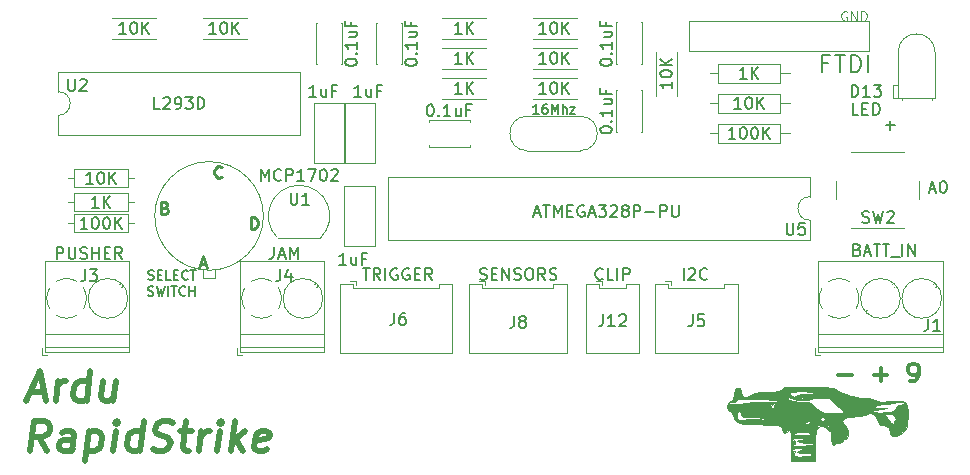
<source format=gto>
G04 #@! TF.FileFunction,Legend,Top*
%FSLAX46Y46*%
G04 Gerber Fmt 4.6, Leading zero omitted, Abs format (unit mm)*
G04 Created by KiCad (PCBNEW 4.0.7) date 05/25/19 09:29:53*
%MOMM*%
%LPD*%
G01*
G04 APERTURE LIST*
%ADD10C,0.100000*%
%ADD11C,0.150000*%
%ADD12C,0.200000*%
%ADD13C,0.500000*%
%ADD14C,0.250000*%
%ADD15C,0.300000*%
%ADD16C,0.120000*%
%ADD17C,0.010000*%
G04 APERTURE END LIST*
D10*
D11*
X208835714Y-101893667D02*
X209311905Y-101893667D01*
X208740476Y-102179381D02*
X209073809Y-101179381D01*
X209407143Y-102179381D01*
X209930952Y-101179381D02*
X210026191Y-101179381D01*
X210121429Y-101227000D01*
X210169048Y-101274619D01*
X210216667Y-101369857D01*
X210264286Y-101560333D01*
X210264286Y-101798429D01*
X210216667Y-101988905D01*
X210169048Y-102084143D01*
X210121429Y-102131762D01*
X210026191Y-102179381D01*
X209930952Y-102179381D01*
X209835714Y-102131762D01*
X209788095Y-102084143D01*
X209740476Y-101988905D01*
X209692857Y-101798429D01*
X209692857Y-101560333D01*
X209740476Y-101369857D01*
X209788095Y-101274619D01*
X209835714Y-101227000D01*
X209930952Y-101179381D01*
X202811143Y-95575381D02*
X202334952Y-95575381D01*
X202334952Y-94575381D01*
X203144476Y-95051571D02*
X203477810Y-95051571D01*
X203620667Y-95575381D02*
X203144476Y-95575381D01*
X203144476Y-94575381D01*
X203620667Y-94575381D01*
X204049238Y-95575381D02*
X204049238Y-94575381D01*
X204287333Y-94575381D01*
X204430191Y-94623000D01*
X204525429Y-94718238D01*
X204573048Y-94813476D01*
X204620667Y-95003952D01*
X204620667Y-95146810D01*
X204573048Y-95337286D01*
X204525429Y-95432524D01*
X204430191Y-95527762D01*
X204287333Y-95575381D01*
X204049238Y-95575381D01*
D12*
X205105048Y-96464429D02*
X205866953Y-96464429D01*
X205486001Y-96845381D02*
X205486001Y-96083476D01*
D13*
X132660357Y-119068667D02*
X133850834Y-119068667D01*
X132332976Y-119782952D02*
X133478810Y-117282952D01*
X133999643Y-119782952D01*
X134832976Y-119782952D02*
X135041309Y-118116286D01*
X134981786Y-118592476D02*
X135130595Y-118354381D01*
X135264523Y-118235333D01*
X135517500Y-118116286D01*
X135755595Y-118116286D01*
X137452024Y-119782952D02*
X137764524Y-117282952D01*
X137466905Y-119663905D02*
X137213928Y-119782952D01*
X136737738Y-119782952D01*
X136514524Y-119663905D01*
X136410357Y-119544857D01*
X136321071Y-119306762D01*
X136410357Y-118592476D01*
X136559166Y-118354381D01*
X136693095Y-118235333D01*
X136946071Y-118116286D01*
X137422261Y-118116286D01*
X137645476Y-118235333D01*
X139922262Y-118116286D02*
X139713929Y-119782952D01*
X138850833Y-118116286D02*
X138687143Y-119425810D01*
X138776429Y-119663905D01*
X138999643Y-119782952D01*
X139356786Y-119782952D01*
X139609762Y-119663905D01*
X139743691Y-119544857D01*
X134118691Y-124032952D02*
X133434167Y-122842476D01*
X132690119Y-124032952D02*
X133002619Y-121532952D01*
X133955000Y-121532952D01*
X134178214Y-121652000D01*
X134282381Y-121771048D01*
X134371667Y-122009143D01*
X134327024Y-122366286D01*
X134178214Y-122604381D01*
X134044285Y-122723429D01*
X133791310Y-122842476D01*
X132838929Y-122842476D01*
X136261548Y-124032952D02*
X136425238Y-122723429D01*
X136335952Y-122485333D01*
X136112738Y-122366286D01*
X135636547Y-122366286D01*
X135383571Y-122485333D01*
X136276429Y-123913905D02*
X136023452Y-124032952D01*
X135428214Y-124032952D01*
X135205000Y-123913905D01*
X135115714Y-123675810D01*
X135145476Y-123437714D01*
X135294286Y-123199619D01*
X135547262Y-123080571D01*
X136142500Y-123080571D01*
X136395477Y-122961524D01*
X137660357Y-122366286D02*
X137347857Y-124866286D01*
X137645476Y-122485333D02*
X137898452Y-122366286D01*
X138374643Y-122366286D01*
X138597857Y-122485333D01*
X138702024Y-122604381D01*
X138791310Y-122842476D01*
X138702024Y-123556762D01*
X138553215Y-123794857D01*
X138419286Y-123913905D01*
X138166310Y-124032952D01*
X137690119Y-124032952D01*
X137466905Y-123913905D01*
X139713929Y-124032952D02*
X139922262Y-122366286D01*
X140026429Y-121532952D02*
X139892500Y-121652000D01*
X139996667Y-121771048D01*
X140130596Y-121652000D01*
X140026429Y-121532952D01*
X139996667Y-121771048D01*
X141975834Y-124032952D02*
X142288334Y-121532952D01*
X141990715Y-123913905D02*
X141737738Y-124032952D01*
X141261548Y-124032952D01*
X141038334Y-123913905D01*
X140934167Y-123794857D01*
X140844881Y-123556762D01*
X140934167Y-122842476D01*
X141082976Y-122604381D01*
X141216905Y-122485333D01*
X141469881Y-122366286D01*
X141946071Y-122366286D01*
X142169286Y-122485333D01*
X143062143Y-123913905D02*
X143404405Y-124032952D01*
X143999643Y-124032952D01*
X144252620Y-123913905D01*
X144386548Y-123794857D01*
X144535358Y-123556762D01*
X144565120Y-123318667D01*
X144475834Y-123080571D01*
X144371668Y-122961524D01*
X144148453Y-122842476D01*
X143687143Y-122723429D01*
X143463929Y-122604381D01*
X143359762Y-122485333D01*
X143270476Y-122247238D01*
X143300238Y-122009143D01*
X143449048Y-121771048D01*
X143582977Y-121652000D01*
X143835953Y-121532952D01*
X144431191Y-121532952D01*
X144773453Y-121652000D01*
X145398452Y-122366286D02*
X146350833Y-122366286D01*
X145859762Y-121532952D02*
X145591905Y-123675810D01*
X145681191Y-123913905D01*
X145904405Y-124032952D01*
X146142500Y-124032952D01*
X146975833Y-124032952D02*
X147184166Y-122366286D01*
X147124643Y-122842476D02*
X147273452Y-122604381D01*
X147407380Y-122485333D01*
X147660357Y-122366286D01*
X147898452Y-122366286D01*
X148523452Y-124032952D02*
X148731785Y-122366286D01*
X148835952Y-121532952D02*
X148702023Y-121652000D01*
X148806190Y-121771048D01*
X148940119Y-121652000D01*
X148835952Y-121532952D01*
X148806190Y-121771048D01*
X149713928Y-124032952D02*
X150026428Y-121532952D01*
X150071071Y-123080571D02*
X150666309Y-124032952D01*
X150874642Y-122366286D02*
X149803214Y-123318667D01*
X152705000Y-123913905D02*
X152452024Y-124032952D01*
X151975833Y-124032952D01*
X151752619Y-123913905D01*
X151663333Y-123675810D01*
X151782380Y-122723429D01*
X151931190Y-122485333D01*
X152184166Y-122366286D01*
X152660357Y-122366286D01*
X152883571Y-122485333D01*
X152972857Y-122723429D01*
X152943096Y-122961524D01*
X151722857Y-123199619D01*
D14*
X151376095Y-105227381D02*
X151376095Y-104227381D01*
X151614190Y-104227381D01*
X151757048Y-104275000D01*
X151852286Y-104370238D01*
X151899905Y-104465476D01*
X151947524Y-104655952D01*
X151947524Y-104798810D01*
X151899905Y-104989286D01*
X151852286Y-105084524D01*
X151757048Y-105179762D01*
X151614190Y-105227381D01*
X151376095Y-105227381D01*
X148899524Y-100814143D02*
X148851905Y-100861762D01*
X148709048Y-100909381D01*
X148613810Y-100909381D01*
X148470952Y-100861762D01*
X148375714Y-100766524D01*
X148328095Y-100671286D01*
X148280476Y-100480810D01*
X148280476Y-100337952D01*
X148328095Y-100147476D01*
X148375714Y-100052238D01*
X148470952Y-99957000D01*
X148613810Y-99909381D01*
X148709048Y-99909381D01*
X148851905Y-99957000D01*
X148899524Y-100004619D01*
X144089429Y-103433571D02*
X144232286Y-103481190D01*
X144279905Y-103528810D01*
X144327524Y-103624048D01*
X144327524Y-103766905D01*
X144279905Y-103862143D01*
X144232286Y-103909762D01*
X144137048Y-103957381D01*
X143756095Y-103957381D01*
X143756095Y-102957381D01*
X144089429Y-102957381D01*
X144184667Y-103005000D01*
X144232286Y-103052619D01*
X144279905Y-103147857D01*
X144279905Y-103243095D01*
X144232286Y-103338333D01*
X144184667Y-103385952D01*
X144089429Y-103433571D01*
X143756095Y-103433571D01*
X147081905Y-108243667D02*
X147558096Y-108243667D01*
X146986667Y-108529381D02*
X147320000Y-107529381D01*
X147653334Y-108529381D01*
D11*
X142672047Y-109503810D02*
X142786333Y-109541905D01*
X142976809Y-109541905D01*
X143052999Y-109503810D01*
X143091095Y-109465714D01*
X143129190Y-109389524D01*
X143129190Y-109313333D01*
X143091095Y-109237143D01*
X143052999Y-109199048D01*
X142976809Y-109160952D01*
X142824428Y-109122857D01*
X142748237Y-109084762D01*
X142710142Y-109046667D01*
X142672047Y-108970476D01*
X142672047Y-108894286D01*
X142710142Y-108818095D01*
X142748237Y-108780000D01*
X142824428Y-108741905D01*
X143014904Y-108741905D01*
X143129190Y-108780000D01*
X143472047Y-109122857D02*
X143738714Y-109122857D01*
X143853000Y-109541905D02*
X143472047Y-109541905D01*
X143472047Y-108741905D01*
X143853000Y-108741905D01*
X144576810Y-109541905D02*
X144195857Y-109541905D01*
X144195857Y-108741905D01*
X144843476Y-109122857D02*
X145110143Y-109122857D01*
X145224429Y-109541905D02*
X144843476Y-109541905D01*
X144843476Y-108741905D01*
X145224429Y-108741905D01*
X146024429Y-109465714D02*
X145986334Y-109503810D01*
X145872048Y-109541905D01*
X145795858Y-109541905D01*
X145681572Y-109503810D01*
X145605381Y-109427619D01*
X145567286Y-109351429D01*
X145529191Y-109199048D01*
X145529191Y-109084762D01*
X145567286Y-108932381D01*
X145605381Y-108856190D01*
X145681572Y-108780000D01*
X145795858Y-108741905D01*
X145872048Y-108741905D01*
X145986334Y-108780000D01*
X146024429Y-108818095D01*
X146253000Y-108741905D02*
X146710143Y-108741905D01*
X146481572Y-109541905D02*
X146481572Y-108741905D01*
X142653000Y-110853810D02*
X142767286Y-110891905D01*
X142957762Y-110891905D01*
X143033952Y-110853810D01*
X143072048Y-110815714D01*
X143110143Y-110739524D01*
X143110143Y-110663333D01*
X143072048Y-110587143D01*
X143033952Y-110549048D01*
X142957762Y-110510952D01*
X142805381Y-110472857D01*
X142729190Y-110434762D01*
X142691095Y-110396667D01*
X142653000Y-110320476D01*
X142653000Y-110244286D01*
X142691095Y-110168095D01*
X142729190Y-110130000D01*
X142805381Y-110091905D01*
X142995857Y-110091905D01*
X143110143Y-110130000D01*
X143376810Y-110091905D02*
X143567286Y-110891905D01*
X143719667Y-110320476D01*
X143872048Y-110891905D01*
X144062524Y-110091905D01*
X144367286Y-110891905D02*
X144367286Y-110091905D01*
X144633952Y-110091905D02*
X145091095Y-110091905D01*
X144862524Y-110891905D02*
X144862524Y-110091905D01*
X145814905Y-110815714D02*
X145776810Y-110853810D01*
X145662524Y-110891905D01*
X145586334Y-110891905D01*
X145472048Y-110853810D01*
X145395857Y-110777619D01*
X145357762Y-110701429D01*
X145319667Y-110549048D01*
X145319667Y-110434762D01*
X145357762Y-110282381D01*
X145395857Y-110206190D01*
X145472048Y-110130000D01*
X145586334Y-110091905D01*
X145662524Y-110091905D01*
X145776810Y-110130000D01*
X145814905Y-110168095D01*
X146157762Y-110891905D02*
X146157762Y-110091905D01*
X146157762Y-110472857D02*
X146614905Y-110472857D01*
X146614905Y-110891905D02*
X146614905Y-110091905D01*
D10*
X201828477Y-86849000D02*
X201752286Y-86810905D01*
X201638001Y-86810905D01*
X201523715Y-86849000D01*
X201447524Y-86925190D01*
X201409429Y-87001381D01*
X201371334Y-87153762D01*
X201371334Y-87268048D01*
X201409429Y-87420429D01*
X201447524Y-87496619D01*
X201523715Y-87572810D01*
X201638001Y-87610905D01*
X201714191Y-87610905D01*
X201828477Y-87572810D01*
X201866572Y-87534714D01*
X201866572Y-87268048D01*
X201714191Y-87268048D01*
X202209429Y-87610905D02*
X202209429Y-86810905D01*
X202666572Y-87610905D01*
X202666572Y-86810905D01*
X203047524Y-87610905D02*
X203047524Y-86810905D01*
X203238000Y-86810905D01*
X203352286Y-86849000D01*
X203428477Y-86925190D01*
X203466572Y-87001381D01*
X203504667Y-87153762D01*
X203504667Y-87268048D01*
X203466572Y-87420429D01*
X203428477Y-87496619D01*
X203352286Y-87572810D01*
X203238000Y-87610905D01*
X203047524Y-87610905D01*
D15*
X201112858Y-117582143D02*
X202255715Y-117582143D01*
X204112858Y-117582143D02*
X205255715Y-117582143D01*
X204684286Y-118153571D02*
X204684286Y-117010714D01*
X207184286Y-118153571D02*
X207470001Y-118153571D01*
X207612858Y-118082143D01*
X207684286Y-118010714D01*
X207827144Y-117796429D01*
X207898572Y-117510714D01*
X207898572Y-116939286D01*
X207827144Y-116796429D01*
X207755715Y-116725000D01*
X207612858Y-116653571D01*
X207327144Y-116653571D01*
X207184286Y-116725000D01*
X207112858Y-116796429D01*
X207041429Y-116939286D01*
X207041429Y-117296429D01*
X207112858Y-117439286D01*
X207184286Y-117510714D01*
X207327144Y-117582143D01*
X207612858Y-117582143D01*
X207755715Y-117510714D01*
X207827144Y-117439286D01*
X207898572Y-117296429D01*
D10*
X196138000Y-97155000D02*
X197038000Y-97155000D01*
X190938000Y-97155000D02*
X190238000Y-97155000D01*
X190938000Y-97955000D02*
X190938000Y-96355000D01*
X190938000Y-96355000D02*
X196138000Y-96355000D01*
X196138000Y-96355000D02*
X196138000Y-97955000D01*
X196138000Y-97955000D02*
X190938000Y-97955000D01*
D16*
X202058264Y-112549721D02*
G75*
G02X201168000Y-112805000I-890264J1424721D01*
G01*
X202593505Y-110234807D02*
G75*
G02X202593000Y-112016000I-1425505J-890193D01*
G01*
X200278106Y-109699642D02*
G75*
G02X202034000Y-109685000I889894J-1425358D01*
G01*
X199742642Y-112014894D02*
G75*
G02X199728000Y-110259000I1425358J889894D01*
G01*
X201196674Y-112805099D02*
G75*
G02X200302000Y-112565000I-28674J1680099D01*
G01*
X206348000Y-111125000D02*
G75*
G03X206348000Y-111125000I-1680000J0D01*
G01*
X209848000Y-111125000D02*
G75*
G03X209848000Y-111125000I-1680000J0D01*
G01*
X199358000Y-115225000D02*
X209978000Y-115225000D01*
X199358000Y-114125000D02*
X209978000Y-114125000D01*
X199358000Y-107965000D02*
X209978000Y-107965000D01*
X199358000Y-115685000D02*
X209978000Y-115685000D01*
X199358000Y-107965000D02*
X199358000Y-115685000D01*
X209978000Y-107965000D02*
X209978000Y-115685000D01*
X205943000Y-110056000D02*
X205814000Y-110184000D01*
X203693000Y-112306000D02*
X203599000Y-112399000D01*
X205738000Y-109850000D02*
X205644000Y-109944000D01*
X203523000Y-112066000D02*
X203394000Y-112194000D01*
X209443000Y-110056000D02*
X209314000Y-110184000D01*
X207193000Y-112306000D02*
X207099000Y-112399000D01*
X209238000Y-109850000D02*
X209144000Y-109944000D01*
X207023000Y-112066000D02*
X206894000Y-112194000D01*
X199118000Y-115285000D02*
X199118000Y-115925000D01*
X199118000Y-115925000D02*
X199518000Y-115925000D01*
X187423000Y-90255000D02*
X187423000Y-93975000D01*
X185703000Y-90255000D02*
X185703000Y-93975000D01*
X175218000Y-87405000D02*
X178938000Y-87405000D01*
X175218000Y-89125000D02*
X178938000Y-89125000D01*
X143298000Y-89125000D02*
X139578000Y-89125000D01*
X143298000Y-87405000D02*
X139578000Y-87405000D01*
X147278000Y-87405000D02*
X150998000Y-87405000D01*
X147278000Y-89125000D02*
X150998000Y-89125000D01*
X175218000Y-89945000D02*
X178938000Y-89945000D01*
X175218000Y-91665000D02*
X178938000Y-91665000D01*
X175218000Y-92485000D02*
X178938000Y-92485000D01*
X175218000Y-94205000D02*
X178938000Y-94205000D01*
X198688000Y-104505000D02*
G75*
G02X198688000Y-102505000I0J1000000D01*
G01*
X198688000Y-102505000D02*
X198688000Y-100855000D01*
X198688000Y-100855000D02*
X163008000Y-100855000D01*
X163008000Y-100855000D02*
X163008000Y-106155000D01*
X163008000Y-106155000D02*
X198688000Y-106155000D01*
X198688000Y-106155000D02*
X198688000Y-104505000D01*
X174748000Y-95705000D02*
X179248000Y-95705000D01*
X174748000Y-98605000D02*
X179248000Y-98605000D01*
X174748000Y-98605000D02*
G75*
G02X174748000Y-95705000I0J1450000D01*
G01*
X179248000Y-98605000D02*
G75*
G03X179248000Y-95705000I0J1450000D01*
G01*
X171238000Y-89125000D02*
X167518000Y-89125000D01*
X171238000Y-87405000D02*
X167518000Y-87405000D01*
X171238000Y-94205000D02*
X167518000Y-94205000D01*
X171238000Y-92485000D02*
X167518000Y-92485000D01*
X171238000Y-91665000D02*
X167518000Y-91665000D01*
X171238000Y-89945000D02*
X167518000Y-89945000D01*
X159218000Y-106720000D02*
X159218000Y-101600000D01*
X161838000Y-106720000D02*
X161838000Y-101600000D01*
X159218000Y-106720000D02*
X161838000Y-106720000D01*
X159218000Y-101600000D02*
X161838000Y-101600000D01*
X159298000Y-94575000D02*
X159298000Y-99695000D01*
X156678000Y-94575000D02*
X156678000Y-99695000D01*
X159298000Y-94575000D02*
X156678000Y-94575000D01*
X159298000Y-99695000D02*
X156678000Y-99695000D01*
X156878000Y-91315000D02*
X156878000Y-87795000D01*
X159098000Y-91315000D02*
X159098000Y-87795000D01*
X156878000Y-91315000D02*
X156992000Y-91315000D01*
X158984000Y-91315000D02*
X159098000Y-91315000D01*
X156878000Y-87795000D02*
X156992000Y-87795000D01*
X158984000Y-87795000D02*
X159098000Y-87795000D01*
X161838000Y-94575000D02*
X161838000Y-99695000D01*
X159218000Y-94575000D02*
X159218000Y-99695000D01*
X161838000Y-94575000D02*
X159218000Y-94575000D01*
X161838000Y-99695000D02*
X159218000Y-99695000D01*
X161958000Y-91315000D02*
X161958000Y-87795000D01*
X164178000Y-91315000D02*
X164178000Y-87795000D01*
X161958000Y-91315000D02*
X162072000Y-91315000D01*
X164064000Y-91315000D02*
X164178000Y-91315000D01*
X161958000Y-87795000D02*
X162072000Y-87795000D01*
X164064000Y-87795000D02*
X164178000Y-87795000D01*
X169928000Y-98265000D02*
X166408000Y-98265000D01*
X169928000Y-96045000D02*
X166408000Y-96045000D01*
X169928000Y-98265000D02*
X169928000Y-98151000D01*
X169928000Y-96159000D02*
X169928000Y-96045000D01*
X166408000Y-98265000D02*
X166408000Y-98151000D01*
X166408000Y-96159000D02*
X166408000Y-96045000D01*
X184498000Y-87755000D02*
X184498000Y-91275000D01*
X182278000Y-87755000D02*
X182278000Y-91275000D01*
X184498000Y-87755000D02*
X184384000Y-87755000D01*
X182392000Y-87755000D02*
X182278000Y-87755000D01*
X184498000Y-91275000D02*
X184384000Y-91275000D01*
X182392000Y-91275000D02*
X182278000Y-91275000D01*
X206168000Y-90295000D02*
G75*
G02X209288000Y-90295000I1560000J0D01*
G01*
X209288000Y-94155000D02*
X209288000Y-90295000D01*
X206168000Y-94155000D02*
X206168000Y-90295000D01*
X209288000Y-94155000D02*
X206168000Y-94155000D01*
X205768000Y-94155000D02*
X205768000Y-93035000D01*
X205768000Y-93035000D02*
X206168000Y-93035000D01*
X206168000Y-93035000D02*
X206168000Y-94155000D01*
X206168000Y-94155000D02*
X205768000Y-94155000D01*
X208998000Y-94285000D02*
X208998000Y-94155000D01*
X208998000Y-94155000D02*
X208998000Y-94155000D01*
X208998000Y-94155000D02*
X208998000Y-94285000D01*
X208998000Y-94285000D02*
X208998000Y-94285000D01*
X206458000Y-94285000D02*
X206458000Y-94155000D01*
X206458000Y-94155000D02*
X206458000Y-94155000D01*
X206458000Y-94155000D02*
X206458000Y-94285000D01*
X206458000Y-94285000D02*
X206458000Y-94285000D01*
X188468000Y-87630000D02*
X188468000Y-90170000D01*
X188468000Y-90170000D02*
X203708000Y-90170000D01*
X203708000Y-90170000D02*
X203708000Y-87630000D01*
X203708000Y-87630000D02*
X188468000Y-87630000D01*
X181106000Y-109975000D02*
X181106000Y-109675000D01*
X181106000Y-109675000D02*
X180606000Y-109675000D01*
X181981000Y-110225000D02*
X180856000Y-110225000D01*
X180856000Y-110225000D02*
X180856000Y-109925000D01*
X180856000Y-109925000D02*
X179706000Y-109925000D01*
X179706000Y-109925000D02*
X179706000Y-115725000D01*
X179706000Y-115725000D02*
X181981000Y-115725000D01*
X181981000Y-110225000D02*
X183106000Y-110225000D01*
X183106000Y-110225000D02*
X183106000Y-109925000D01*
X183106000Y-109925000D02*
X184256000Y-109925000D01*
X184256000Y-109925000D02*
X184256000Y-115725000D01*
X184256000Y-115725000D02*
X181981000Y-115725000D01*
X153648000Y-105990000D02*
X157248000Y-105990000D01*
X153609522Y-105978478D02*
G75*
G02X155448000Y-101540000I1838478J1838478D01*
G01*
X157286478Y-105978478D02*
G75*
G03X155448000Y-101540000I-1838478J1838478D01*
G01*
X135068000Y-93615000D02*
G75*
G02X135068000Y-95615000I0J-1000000D01*
G01*
X135068000Y-95615000D02*
X135068000Y-97265000D01*
X135068000Y-97265000D02*
X155508000Y-97265000D01*
X155508000Y-97265000D02*
X155508000Y-91965000D01*
X155508000Y-91965000D02*
X135068000Y-91965000D01*
X135068000Y-91965000D02*
X135068000Y-93615000D01*
X186948000Y-109975000D02*
X186948000Y-109675000D01*
X186948000Y-109675000D02*
X186448000Y-109675000D01*
X189073000Y-110225000D02*
X186698000Y-110225000D01*
X186698000Y-110225000D02*
X186698000Y-109925000D01*
X186698000Y-109925000D02*
X185548000Y-109925000D01*
X185548000Y-109925000D02*
X185548000Y-115725000D01*
X185548000Y-115725000D02*
X189073000Y-115725000D01*
X189073000Y-110225000D02*
X191448000Y-110225000D01*
X191448000Y-110225000D02*
X191448000Y-109925000D01*
X191448000Y-109925000D02*
X192598000Y-109925000D01*
X192598000Y-109925000D02*
X192598000Y-115725000D01*
X192598000Y-115725000D02*
X189073000Y-115725000D01*
D10*
X148328000Y-109390000D02*
X148328000Y-108640000D01*
X148328000Y-109390000D02*
X147328000Y-109390000D01*
X147328000Y-109390000D02*
X147328000Y-108640000D01*
X152428000Y-104140000D02*
G75*
G03X152428000Y-104140000I-4600000J0D01*
G01*
D16*
X182278000Y-97030000D02*
X182278000Y-93510000D01*
X184498000Y-97030000D02*
X184498000Y-93510000D01*
X182278000Y-97030000D02*
X182392000Y-97030000D01*
X184384000Y-97030000D02*
X184498000Y-97030000D01*
X182278000Y-93510000D02*
X182392000Y-93510000D01*
X184384000Y-93510000D02*
X184498000Y-93510000D01*
X136653264Y-112549721D02*
G75*
G02X135763000Y-112805000I-890264J1424721D01*
G01*
X137188505Y-110234807D02*
G75*
G02X137188000Y-112016000I-1425505J-890193D01*
G01*
X134873106Y-109699642D02*
G75*
G02X136629000Y-109685000I889894J-1425358D01*
G01*
X134337642Y-112014894D02*
G75*
G02X134323000Y-110259000I1425358J889894D01*
G01*
X135791674Y-112805099D02*
G75*
G02X134897000Y-112565000I-28674J1680099D01*
G01*
X140943000Y-111125000D02*
G75*
G03X140943000Y-111125000I-1680000J0D01*
G01*
X133953000Y-115225000D02*
X141073000Y-115225000D01*
X133953000Y-114125000D02*
X141073000Y-114125000D01*
X133953000Y-107965000D02*
X141073000Y-107965000D01*
X133953000Y-115685000D02*
X141073000Y-115685000D01*
X133953000Y-107965000D02*
X133953000Y-115685000D01*
X141073000Y-107965000D02*
X141073000Y-115685000D01*
X140538000Y-110056000D02*
X140409000Y-110184000D01*
X138288000Y-112306000D02*
X138194000Y-112399000D01*
X140333000Y-109850000D02*
X140239000Y-109944000D01*
X138118000Y-112066000D02*
X137989000Y-112194000D01*
X133713000Y-115285000D02*
X133713000Y-115925000D01*
X133713000Y-115925000D02*
X134113000Y-115925000D01*
X153163264Y-112549721D02*
G75*
G02X152273000Y-112805000I-890264J1424721D01*
G01*
X153698505Y-110234807D02*
G75*
G02X153698000Y-112016000I-1425505J-890193D01*
G01*
X151383106Y-109699642D02*
G75*
G02X153139000Y-109685000I889894J-1425358D01*
G01*
X150847642Y-112014894D02*
G75*
G02X150833000Y-110259000I1425358J889894D01*
G01*
X152301674Y-112805099D02*
G75*
G02X151407000Y-112565000I-28674J1680099D01*
G01*
X157453000Y-111125000D02*
G75*
G03X157453000Y-111125000I-1680000J0D01*
G01*
X150463000Y-115225000D02*
X157583000Y-115225000D01*
X150463000Y-114125000D02*
X157583000Y-114125000D01*
X150463000Y-107965000D02*
X157583000Y-107965000D01*
X150463000Y-115685000D02*
X157583000Y-115685000D01*
X150463000Y-107965000D02*
X150463000Y-115685000D01*
X157583000Y-107965000D02*
X157583000Y-115685000D01*
X157048000Y-110056000D02*
X156919000Y-110184000D01*
X154798000Y-112306000D02*
X154704000Y-112399000D01*
X156843000Y-109850000D02*
X156749000Y-109944000D01*
X154628000Y-112066000D02*
X154499000Y-112194000D01*
X150223000Y-115285000D02*
X150223000Y-115925000D01*
X150223000Y-115925000D02*
X150623000Y-115925000D01*
D10*
X196138000Y-94615000D02*
X197038000Y-94615000D01*
X190938000Y-94615000D02*
X190238000Y-94615000D01*
X190938000Y-95415000D02*
X190938000Y-93815000D01*
X190938000Y-93815000D02*
X196138000Y-93815000D01*
X196138000Y-93815000D02*
X196138000Y-95415000D01*
X196138000Y-95415000D02*
X190938000Y-95415000D01*
D16*
X160278000Y-109975000D02*
X160278000Y-109675000D01*
X160278000Y-109675000D02*
X159778000Y-109675000D01*
X163653000Y-110225000D02*
X160028000Y-110225000D01*
X160028000Y-110225000D02*
X160028000Y-109925000D01*
X160028000Y-109925000D02*
X158878000Y-109925000D01*
X158878000Y-109925000D02*
X158878000Y-115725000D01*
X158878000Y-115725000D02*
X163653000Y-115725000D01*
X163653000Y-110225000D02*
X167278000Y-110225000D01*
X167278000Y-110225000D02*
X167278000Y-109925000D01*
X167278000Y-109925000D02*
X168428000Y-109925000D01*
X168428000Y-109925000D02*
X168428000Y-115725000D01*
X168428000Y-115725000D02*
X163653000Y-115725000D01*
X171200000Y-109975000D02*
X171200000Y-109675000D01*
X171200000Y-109675000D02*
X170700000Y-109675000D01*
X173950000Y-110225000D02*
X170950000Y-110225000D01*
X170950000Y-110225000D02*
X170950000Y-109925000D01*
X170950000Y-109925000D02*
X169800000Y-109925000D01*
X169800000Y-109925000D02*
X169800000Y-115725000D01*
X169800000Y-115725000D02*
X173950000Y-115725000D01*
X173950000Y-110225000D02*
X176950000Y-110225000D01*
X176950000Y-110225000D02*
X176950000Y-109925000D01*
X176950000Y-109925000D02*
X178100000Y-109925000D01*
X178100000Y-109925000D02*
X178100000Y-115725000D01*
X178100000Y-115725000D02*
X173950000Y-115725000D01*
D10*
X196138000Y-92075000D02*
X197038000Y-92075000D01*
X190938000Y-92075000D02*
X190238000Y-92075000D01*
X190938000Y-92875000D02*
X190938000Y-91275000D01*
X190938000Y-91275000D02*
X196138000Y-91275000D01*
X196138000Y-91275000D02*
X196138000Y-92875000D01*
X196138000Y-92875000D02*
X190938000Y-92875000D01*
X140970000Y-104775000D02*
X141478000Y-104775000D01*
X136398000Y-104775000D02*
X135890000Y-104775000D01*
X136398000Y-104013000D02*
X140970000Y-104013000D01*
X140970000Y-104013000D02*
X140970000Y-105537000D01*
X140970000Y-105537000D02*
X136398000Y-105537000D01*
X136398000Y-105537000D02*
X136398000Y-104013000D01*
X140970000Y-100965000D02*
X141478000Y-100965000D01*
X136398000Y-100965000D02*
X135890000Y-100965000D01*
X136398000Y-100203000D02*
X140970000Y-100203000D01*
X140970000Y-100203000D02*
X140970000Y-101727000D01*
X140970000Y-101727000D02*
X136398000Y-101727000D01*
X136398000Y-101727000D02*
X136398000Y-100203000D01*
X140970000Y-102997000D02*
X141478000Y-102997000D01*
X136398000Y-102997000D02*
X135890000Y-102997000D01*
X136398000Y-102235000D02*
X140970000Y-102235000D01*
X140970000Y-102235000D02*
X140970000Y-103759000D01*
X140970000Y-103759000D02*
X136398000Y-103759000D01*
X136398000Y-103759000D02*
X136398000Y-102235000D01*
D16*
X202168000Y-105195000D02*
X206668000Y-105195000D01*
X200918000Y-101195000D02*
X200918000Y-102695000D01*
X206668000Y-98695000D02*
X202168000Y-98695000D01*
X207918000Y-102695000D02*
X207918000Y-101195000D01*
D17*
G36*
X198478794Y-118621769D02*
X198670582Y-118625793D01*
X199453891Y-118644649D01*
X200023870Y-118666238D01*
X200422446Y-118696345D01*
X200691548Y-118740755D01*
X200873103Y-118805255D01*
X201009039Y-118895629D01*
X201079225Y-118958155D01*
X201398033Y-119162981D01*
X201720090Y-119245341D01*
X201994811Y-119282486D01*
X202122566Y-119354122D01*
X202274317Y-119417646D01*
X202610571Y-119482668D01*
X203060989Y-119535853D01*
X203098379Y-119539074D01*
X203576614Y-119597625D01*
X203967228Y-119678837D01*
X204187827Y-119765448D01*
X204191074Y-119768046D01*
X204412610Y-119847218D01*
X204837369Y-119873611D01*
X205488456Y-119848720D01*
X206125358Y-119817301D01*
X206549910Y-119844336D01*
X206803942Y-119964623D01*
X206929281Y-120212965D01*
X206967757Y-120624160D01*
X206964448Y-121076705D01*
X206945670Y-121597243D01*
X206900798Y-121938318D01*
X206808910Y-122175689D01*
X206649087Y-122385118D01*
X206583924Y-122454701D01*
X206253912Y-122702310D01*
X205914861Y-122809298D01*
X205631013Y-122774070D01*
X205466614Y-122595034D01*
X205448692Y-122482856D01*
X205358432Y-122138303D01*
X205143707Y-121899475D01*
X204871651Y-121837821D01*
X204847641Y-121843143D01*
X204613964Y-121807967D01*
X204539965Y-121692469D01*
X204444540Y-121479010D01*
X204750804Y-121479010D01*
X204814623Y-121542829D01*
X204878442Y-121479010D01*
X204814623Y-121415191D01*
X204750804Y-121479010D01*
X204444540Y-121479010D01*
X204322278Y-121205520D01*
X204204707Y-121074822D01*
X204410435Y-121074822D01*
X204427956Y-121150703D01*
X204495527Y-121159914D01*
X204600588Y-121113213D01*
X204580619Y-121074822D01*
X204429143Y-121059546D01*
X204410435Y-121074822D01*
X204204707Y-121074822D01*
X204052243Y-120905337D01*
X204049982Y-120904638D01*
X204993089Y-120904638D01*
X205343260Y-121363736D01*
X205564867Y-121636023D01*
X205700530Y-121725722D01*
X205809397Y-121660283D01*
X205855363Y-121601381D01*
X205947914Y-121315002D01*
X205890111Y-121142282D01*
X205648507Y-120947513D01*
X205378008Y-120904638D01*
X204993089Y-120904638D01*
X204049982Y-120904638D01*
X203760531Y-120815187D01*
X203520644Y-120919242D01*
X203322515Y-120992108D01*
X202945775Y-121063065D01*
X202466806Y-121118207D01*
X202397168Y-121123781D01*
X201827546Y-121193442D01*
X201501111Y-121304158D01*
X201407643Y-121466131D01*
X201536925Y-121689563D01*
X201687487Y-121832309D01*
X201844343Y-122064508D01*
X201918973Y-122372379D01*
X201917458Y-122686553D01*
X201845878Y-122937665D01*
X201710315Y-123056347D01*
X201582939Y-123024938D01*
X201408902Y-123036843D01*
X201357490Y-123092126D01*
X201339264Y-123180500D01*
X201432211Y-123138306D01*
X201539270Y-123104837D01*
X201508218Y-123182404D01*
X201314519Y-123311056D01*
X201194929Y-123329763D01*
X200923048Y-123404586D01*
X200833954Y-123468523D01*
X200674894Y-123521712D01*
X200559745Y-123366577D01*
X200513262Y-123049354D01*
X200517657Y-122938538D01*
X201208229Y-122938538D01*
X201225688Y-122946849D01*
X201342169Y-122856994D01*
X201368392Y-122819211D01*
X201400917Y-122699883D01*
X201383457Y-122691572D01*
X201266977Y-122781427D01*
X201240753Y-122819211D01*
X201208229Y-122938538D01*
X200517657Y-122938538D01*
X200519899Y-122882041D01*
X200453908Y-122474815D01*
X200258831Y-122226853D01*
X199978686Y-122031040D01*
X199720800Y-121918211D01*
X200155829Y-121918211D01*
X200248483Y-122048187D01*
X200283467Y-122053382D01*
X200407787Y-122009833D01*
X200411105Y-121997095D01*
X200321665Y-121888122D01*
X200283467Y-121861924D01*
X200165851Y-121872044D01*
X200155829Y-121918211D01*
X199720800Y-121918211D01*
X199669932Y-121895956D01*
X199408197Y-121844067D01*
X199269109Y-121897837D01*
X199262362Y-121930844D01*
X199348103Y-122009306D01*
X199421909Y-121987630D01*
X199465966Y-121988759D01*
X199358090Y-122089897D01*
X199253394Y-122216404D01*
X199186605Y-122423076D01*
X199149995Y-122761030D01*
X199135835Y-123281377D01*
X199134723Y-123567201D01*
X199134723Y-124861422D01*
X197092512Y-124861422D01*
X197092512Y-123989143D01*
X197220150Y-123989143D01*
X197299155Y-124052613D01*
X197347789Y-124031773D01*
X197465593Y-124037608D01*
X197475427Y-124080527D01*
X197381633Y-124258674D01*
X197334162Y-124295472D01*
X197251651Y-124405623D01*
X197400885Y-124478738D01*
X197760364Y-124509921D01*
X198228342Y-124499080D01*
X198636121Y-124459098D01*
X198918030Y-124398320D01*
X199007085Y-124339532D01*
X198891665Y-124275838D01*
X198593932Y-124233594D01*
X198305075Y-124223231D01*
X197848405Y-124195417D01*
X197635987Y-124128641D01*
X197664939Y-124047897D01*
X197932378Y-123978183D01*
X198336985Y-123946497D01*
X199070904Y-123925040D01*
X198305075Y-123849370D01*
X197753185Y-123808926D01*
X197414138Y-123823373D01*
X197250457Y-123897540D01*
X197220150Y-123989143D01*
X197092512Y-123989143D01*
X197092512Y-123553130D01*
X197219863Y-123553130D01*
X197336307Y-123594730D01*
X197643077Y-123614356D01*
X198075869Y-123608168D01*
X198113330Y-123606475D01*
X198553812Y-123570268D01*
X198873014Y-123514816D01*
X199006375Y-123451645D01*
X199007085Y-123446928D01*
X198891666Y-123382761D01*
X198593936Y-123340204D01*
X198305075Y-123329763D01*
X197852790Y-123300775D01*
X197637258Y-123231653D01*
X197661573Y-123149168D01*
X197928831Y-123080086D01*
X198273166Y-123053682D01*
X198943266Y-123032878D01*
X198241256Y-122955863D01*
X197704157Y-122914029D01*
X197380736Y-122935537D01*
X197236206Y-123025150D01*
X197220150Y-123095676D01*
X197299155Y-123159145D01*
X197347789Y-123138306D01*
X197457060Y-123167242D01*
X197475427Y-123258412D01*
X197408787Y-123433048D01*
X197347789Y-123457402D01*
X197223416Y-123530933D01*
X197219863Y-123553130D01*
X197092512Y-123553130D01*
X197092512Y-123501438D01*
X197091034Y-122901339D01*
X197083537Y-122618992D01*
X197229434Y-122618992D01*
X197281460Y-122689128D01*
X197569583Y-122721721D01*
X198085258Y-122714313D01*
X198114365Y-122712968D01*
X198548991Y-122676865D01*
X198842142Y-122621827D01*
X198939090Y-122558470D01*
X198936768Y-122553420D01*
X198775959Y-122487015D01*
X198452154Y-122447804D01*
X198056424Y-122438173D01*
X197679840Y-122460504D01*
X197422047Y-122513771D01*
X197229434Y-122618992D01*
X197083537Y-122618992D01*
X197080885Y-122519145D01*
X197053494Y-122317486D01*
X197000292Y-122258990D01*
X196912707Y-122306286D01*
X196834220Y-122375206D01*
X196582103Y-122515812D01*
X196403632Y-122412750D01*
X196305454Y-122117402D01*
X196261744Y-121999482D01*
X196155610Y-121914463D01*
X195950896Y-121857150D01*
X195611449Y-121822350D01*
X195101113Y-121804866D01*
X194383734Y-121799505D01*
X194093015Y-121799513D01*
X193345618Y-121774822D01*
X193089042Y-121734286D01*
X197730703Y-121734286D01*
X197794522Y-121798105D01*
X197858341Y-121734286D01*
X197985980Y-121734286D01*
X198049799Y-121798105D01*
X198113618Y-121734286D01*
X198049799Y-121670467D01*
X197985980Y-121734286D01*
X197858341Y-121734286D01*
X197794522Y-121670467D01*
X197730703Y-121734286D01*
X193089042Y-121734286D01*
X192818851Y-121691599D01*
X192757610Y-121663795D01*
X198309199Y-121663795D01*
X198353050Y-121726875D01*
X198533805Y-121727352D01*
X198743783Y-121675727D01*
X198854171Y-121610651D01*
X198804716Y-121557448D01*
X198652976Y-121542829D01*
X198401893Y-121594032D01*
X198309199Y-121663795D01*
X192757610Y-121663795D01*
X192482543Y-121538914D01*
X192306525Y-121305840D01*
X192266947Y-121138045D01*
X192200984Y-120979943D01*
X192488813Y-120979943D01*
X192529735Y-121237529D01*
X192659105Y-121418296D01*
X192720904Y-121443493D01*
X192942954Y-121447472D01*
X193008090Y-121415633D01*
X193158426Y-121378222D01*
X193493135Y-121350800D01*
X193941350Y-121339040D01*
X193965377Y-121338965D01*
X194425033Y-121356139D01*
X194782318Y-121402945D01*
X194962159Y-121469390D01*
X194964290Y-121471913D01*
X195032061Y-121509646D01*
X195017835Y-121415191D01*
X194944416Y-121333381D01*
X199570384Y-121333381D01*
X199580900Y-121414289D01*
X199764534Y-121537502D01*
X199769772Y-121534518D01*
X200314761Y-121534518D01*
X200332221Y-121542829D01*
X200448701Y-121452974D01*
X200474924Y-121415191D01*
X200507449Y-121295863D01*
X200489990Y-121287552D01*
X200373509Y-121377407D01*
X200347286Y-121415191D01*
X200314761Y-121534518D01*
X199769772Y-121534518D01*
X199954568Y-121429263D01*
X199969620Y-121406699D01*
X199998437Y-121227811D01*
X199986633Y-121223733D01*
X200155829Y-121223733D01*
X200219648Y-121287552D01*
X200283467Y-121223733D01*
X200219648Y-121159914D01*
X200155829Y-121223733D01*
X199986633Y-121223733D01*
X199840894Y-121173385D01*
X199706510Y-121207064D01*
X199570384Y-121333381D01*
X194944416Y-121333381D01*
X194925471Y-121312272D01*
X194686885Y-121244214D01*
X194259562Y-121202139D01*
X193923194Y-121186662D01*
X193406555Y-121162424D01*
X193094761Y-121125663D01*
X192937384Y-121062492D01*
X192883996Y-120959021D01*
X192880452Y-120899476D01*
X192799376Y-120695423D01*
X192688995Y-120649361D01*
X192540510Y-120749300D01*
X192488813Y-120979943D01*
X192200984Y-120979943D01*
X192143476Y-120842109D01*
X191979761Y-120738127D01*
X191788990Y-120577631D01*
X191770493Y-120505788D01*
X193041255Y-120505788D01*
X193134756Y-120444613D01*
X193151567Y-120428122D01*
X193227535Y-120302022D01*
X195439112Y-120302022D01*
X195518308Y-120436631D01*
X195683003Y-120526195D01*
X195731711Y-120483778D01*
X196151101Y-120483778D01*
X196326683Y-120501570D01*
X196420295Y-120491207D01*
X196764957Y-120491207D01*
X196890418Y-120511647D01*
X197055967Y-120488179D01*
X197057944Y-120444608D01*
X196887114Y-120414139D01*
X196813304Y-120434532D01*
X196764957Y-120491207D01*
X196420295Y-120491207D01*
X196507882Y-120481511D01*
X196486231Y-120437191D01*
X196224911Y-120420333D01*
X196167135Y-120437191D01*
X196151101Y-120483778D01*
X195731711Y-120483778D01*
X195756050Y-120462583D01*
X195698793Y-120342678D01*
X195618116Y-120177446D01*
X195710970Y-120100863D01*
X196151101Y-120100863D01*
X196326683Y-120118655D01*
X196420290Y-120108293D01*
X196764957Y-120108293D01*
X196890418Y-120128732D01*
X197055967Y-120105265D01*
X197057944Y-120061694D01*
X196887114Y-120031224D01*
X196813304Y-120051617D01*
X196764957Y-120108293D01*
X196420290Y-120108293D01*
X196507882Y-120098597D01*
X196486231Y-120054276D01*
X196224911Y-120037418D01*
X196167135Y-120054276D01*
X196151101Y-120100863D01*
X195710970Y-120100863D01*
X195715074Y-120097479D01*
X195771391Y-120040173D01*
X195656583Y-120021247D01*
X195471737Y-120105073D01*
X195439112Y-120302022D01*
X193227535Y-120302022D01*
X193252386Y-120260773D01*
X193239467Y-120202628D01*
X193901558Y-120202628D01*
X193965377Y-120266447D01*
X194029196Y-120202628D01*
X194795025Y-120202628D01*
X194858844Y-120266447D01*
X194922663Y-120202628D01*
X194858844Y-120138809D01*
X194795025Y-120202628D01*
X194029196Y-120202628D01*
X193965377Y-120138809D01*
X193901558Y-120202628D01*
X193239467Y-120202628D01*
X193238716Y-120199250D01*
X193143770Y-120237554D01*
X193080116Y-120356671D01*
X193041255Y-120505788D01*
X191770493Y-120505788D01*
X191717127Y-120298518D01*
X191764111Y-120008031D01*
X191767402Y-120004167D01*
X191859346Y-120004167D01*
X191971948Y-120065933D01*
X192255435Y-120079500D01*
X192401809Y-120068908D01*
X192838645Y-120032881D01*
X193230771Y-120014687D01*
X193295276Y-120014119D01*
X193550010Y-119984223D01*
X193645995Y-119917469D01*
X193764235Y-119879906D01*
X194082800Y-119857758D01*
X194547067Y-119853500D01*
X194889311Y-119861103D01*
X195404535Y-119869756D01*
X195795838Y-119859884D01*
X196013940Y-119833735D01*
X196039105Y-119808684D01*
X195869014Y-119758981D01*
X195494423Y-119713821D01*
X194966103Y-119676383D01*
X194580316Y-119660165D01*
X196741114Y-119660165D01*
X196904307Y-119758806D01*
X197314056Y-119826725D01*
X197797835Y-119857441D01*
X198308067Y-119882634D01*
X198640953Y-119929551D01*
X198874355Y-120025649D01*
X199086138Y-120198385D01*
X199255430Y-120371422D01*
X199498254Y-120614377D01*
X199703917Y-120756157D01*
X199952701Y-120823663D01*
X200324888Y-120843800D01*
X200666382Y-120844247D01*
X201623668Y-120840819D01*
X201475298Y-120690927D01*
X203972082Y-120690927D01*
X204199638Y-120762054D01*
X204240251Y-120769336D01*
X204672980Y-120799822D01*
X205163688Y-120772922D01*
X205605003Y-120699620D01*
X205872305Y-120602379D01*
X206015350Y-120400376D01*
X206027186Y-120322733D01*
X206138374Y-120176851D01*
X206346281Y-120138809D01*
X206586059Y-120089580D01*
X206665377Y-119994857D01*
X206553001Y-119909315D01*
X206212048Y-119923986D01*
X206146724Y-119933842D01*
X205717146Y-119995057D01*
X205183735Y-120061217D01*
X204870342Y-120095976D01*
X204413643Y-120166071D01*
X204169433Y-120249033D01*
X204148197Y-120329293D01*
X204360421Y-120391287D01*
X204655075Y-120415541D01*
X205197537Y-120436998D01*
X204686985Y-120483827D01*
X204228141Y-120543898D01*
X203985711Y-120615570D01*
X203972082Y-120690927D01*
X201475298Y-120690927D01*
X200347286Y-119551345D01*
X199498216Y-119557891D01*
X199080997Y-119574123D01*
X198797315Y-119610466D01*
X198707419Y-119659123D01*
X198708010Y-119660165D01*
X198626552Y-119712182D01*
X198354819Y-119746949D01*
X198064864Y-119755894D01*
X197662933Y-119734404D01*
X197373816Y-119679094D01*
X197283970Y-119628256D01*
X197188337Y-119564437D01*
X197985980Y-119564437D01*
X198049799Y-119628256D01*
X198113618Y-119564437D01*
X198241256Y-119564437D01*
X198305075Y-119628256D01*
X198368894Y-119564437D01*
X198305075Y-119500618D01*
X198241256Y-119564437D01*
X198113618Y-119564437D01*
X198049799Y-119500618D01*
X197985980Y-119564437D01*
X197188337Y-119564437D01*
X197125305Y-119522374D01*
X196912433Y-119505652D01*
X196757009Y-119571528D01*
X196741114Y-119660165D01*
X194580316Y-119660165D01*
X194334827Y-119649845D01*
X193651367Y-119637385D01*
X193303391Y-119637445D01*
X192641405Y-119642007D01*
X192590928Y-119156488D01*
X192560368Y-118888579D01*
X192541902Y-118843833D01*
X192528258Y-119034462D01*
X192518994Y-119277251D01*
X192493452Y-119644522D01*
X192426106Y-119823216D01*
X192279512Y-119879995D01*
X192178442Y-119883532D01*
X191938533Y-119924843D01*
X191859346Y-120004167D01*
X191767402Y-120004167D01*
X191929883Y-119813413D01*
X191980288Y-119794628D01*
X192156624Y-119674835D01*
X192246980Y-119393721D01*
X192267473Y-119200296D01*
X192315845Y-118855198D01*
X192417356Y-118700604D01*
X192561357Y-118670969D01*
X192752686Y-118737739D01*
X192843353Y-118978295D01*
X192856629Y-119085794D01*
X192962854Y-119405378D01*
X193198385Y-119505031D01*
X193404892Y-119436799D01*
X194284472Y-119436799D01*
X194348291Y-119500618D01*
X194412110Y-119436799D01*
X194539748Y-119436799D01*
X194603568Y-119500618D01*
X194667387Y-119436799D01*
X195050301Y-119436799D01*
X195114120Y-119500618D01*
X195177939Y-119436799D01*
X195156666Y-119415526D01*
X195475762Y-119415526D01*
X195493283Y-119491406D01*
X195560854Y-119500618D01*
X195665915Y-119453917D01*
X195645946Y-119415526D01*
X195494469Y-119400250D01*
X195475762Y-119415526D01*
X195156666Y-119415526D01*
X195114120Y-119372980D01*
X195050301Y-119436799D01*
X194667387Y-119436799D01*
X194603568Y-119372980D01*
X194539748Y-119436799D01*
X194412110Y-119436799D01*
X194348291Y-119372980D01*
X194284472Y-119436799D01*
X193404892Y-119436799D01*
X193562746Y-119384643D01*
X193730218Y-119284242D01*
X193884037Y-119220574D01*
X197049770Y-119220574D01*
X197173619Y-119400809D01*
X197340366Y-119499643D01*
X197355884Y-119500618D01*
X197513052Y-119408616D01*
X197539246Y-119372980D01*
X197689921Y-119309160D01*
X201049296Y-119309160D01*
X201113115Y-119372980D01*
X201176934Y-119309160D01*
X201113115Y-119245341D01*
X201049296Y-119309160D01*
X197689921Y-119309160D01*
X197699778Y-119304985D01*
X198035821Y-119258685D01*
X198383960Y-119245341D01*
X198820810Y-119226360D01*
X199049176Y-119172738D01*
X199054106Y-119160249D01*
X200581290Y-119160249D01*
X200598810Y-119236130D01*
X200666382Y-119245341D01*
X200771442Y-119198641D01*
X200751474Y-119160249D01*
X200599997Y-119144973D01*
X200581290Y-119160249D01*
X199054106Y-119160249D01*
X199070904Y-119117703D01*
X198915779Y-119059343D01*
X198584968Y-119017756D01*
X198157614Y-118994655D01*
X197712864Y-118991749D01*
X197329862Y-119010749D01*
X197087753Y-119053365D01*
X197051074Y-119074050D01*
X197049770Y-119220574D01*
X193884037Y-119220574D01*
X194054435Y-119150044D01*
X194548741Y-119075760D01*
X195059520Y-119054547D01*
X195626565Y-119031522D01*
X196000610Y-118972759D01*
X196047597Y-118952120D01*
X200363161Y-118952120D01*
X200538743Y-118969912D01*
X200719942Y-118949853D01*
X200698291Y-118905533D01*
X200436972Y-118888674D01*
X200379196Y-118905533D01*
X200363161Y-118952120D01*
X196047597Y-118952120D01*
X196242815Y-118866371D01*
X196313076Y-118810922D01*
X196431132Y-118725262D01*
X196592124Y-118665514D01*
X196836718Y-118628485D01*
X197205582Y-118610980D01*
X197739385Y-118609806D01*
X198478794Y-118621769D01*
X198478794Y-118621769D01*
G37*
X198478794Y-118621769D02*
X198670582Y-118625793D01*
X199453891Y-118644649D01*
X200023870Y-118666238D01*
X200422446Y-118696345D01*
X200691548Y-118740755D01*
X200873103Y-118805255D01*
X201009039Y-118895629D01*
X201079225Y-118958155D01*
X201398033Y-119162981D01*
X201720090Y-119245341D01*
X201994811Y-119282486D01*
X202122566Y-119354122D01*
X202274317Y-119417646D01*
X202610571Y-119482668D01*
X203060989Y-119535853D01*
X203098379Y-119539074D01*
X203576614Y-119597625D01*
X203967228Y-119678837D01*
X204187827Y-119765448D01*
X204191074Y-119768046D01*
X204412610Y-119847218D01*
X204837369Y-119873611D01*
X205488456Y-119848720D01*
X206125358Y-119817301D01*
X206549910Y-119844336D01*
X206803942Y-119964623D01*
X206929281Y-120212965D01*
X206967757Y-120624160D01*
X206964448Y-121076705D01*
X206945670Y-121597243D01*
X206900798Y-121938318D01*
X206808910Y-122175689D01*
X206649087Y-122385118D01*
X206583924Y-122454701D01*
X206253912Y-122702310D01*
X205914861Y-122809298D01*
X205631013Y-122774070D01*
X205466614Y-122595034D01*
X205448692Y-122482856D01*
X205358432Y-122138303D01*
X205143707Y-121899475D01*
X204871651Y-121837821D01*
X204847641Y-121843143D01*
X204613964Y-121807967D01*
X204539965Y-121692469D01*
X204444540Y-121479010D01*
X204750804Y-121479010D01*
X204814623Y-121542829D01*
X204878442Y-121479010D01*
X204814623Y-121415191D01*
X204750804Y-121479010D01*
X204444540Y-121479010D01*
X204322278Y-121205520D01*
X204204707Y-121074822D01*
X204410435Y-121074822D01*
X204427956Y-121150703D01*
X204495527Y-121159914D01*
X204600588Y-121113213D01*
X204580619Y-121074822D01*
X204429143Y-121059546D01*
X204410435Y-121074822D01*
X204204707Y-121074822D01*
X204052243Y-120905337D01*
X204049982Y-120904638D01*
X204993089Y-120904638D01*
X205343260Y-121363736D01*
X205564867Y-121636023D01*
X205700530Y-121725722D01*
X205809397Y-121660283D01*
X205855363Y-121601381D01*
X205947914Y-121315002D01*
X205890111Y-121142282D01*
X205648507Y-120947513D01*
X205378008Y-120904638D01*
X204993089Y-120904638D01*
X204049982Y-120904638D01*
X203760531Y-120815187D01*
X203520644Y-120919242D01*
X203322515Y-120992108D01*
X202945775Y-121063065D01*
X202466806Y-121118207D01*
X202397168Y-121123781D01*
X201827546Y-121193442D01*
X201501111Y-121304158D01*
X201407643Y-121466131D01*
X201536925Y-121689563D01*
X201687487Y-121832309D01*
X201844343Y-122064508D01*
X201918973Y-122372379D01*
X201917458Y-122686553D01*
X201845878Y-122937665D01*
X201710315Y-123056347D01*
X201582939Y-123024938D01*
X201408902Y-123036843D01*
X201357490Y-123092126D01*
X201339264Y-123180500D01*
X201432211Y-123138306D01*
X201539270Y-123104837D01*
X201508218Y-123182404D01*
X201314519Y-123311056D01*
X201194929Y-123329763D01*
X200923048Y-123404586D01*
X200833954Y-123468523D01*
X200674894Y-123521712D01*
X200559745Y-123366577D01*
X200513262Y-123049354D01*
X200517657Y-122938538D01*
X201208229Y-122938538D01*
X201225688Y-122946849D01*
X201342169Y-122856994D01*
X201368392Y-122819211D01*
X201400917Y-122699883D01*
X201383457Y-122691572D01*
X201266977Y-122781427D01*
X201240753Y-122819211D01*
X201208229Y-122938538D01*
X200517657Y-122938538D01*
X200519899Y-122882041D01*
X200453908Y-122474815D01*
X200258831Y-122226853D01*
X199978686Y-122031040D01*
X199720800Y-121918211D01*
X200155829Y-121918211D01*
X200248483Y-122048187D01*
X200283467Y-122053382D01*
X200407787Y-122009833D01*
X200411105Y-121997095D01*
X200321665Y-121888122D01*
X200283467Y-121861924D01*
X200165851Y-121872044D01*
X200155829Y-121918211D01*
X199720800Y-121918211D01*
X199669932Y-121895956D01*
X199408197Y-121844067D01*
X199269109Y-121897837D01*
X199262362Y-121930844D01*
X199348103Y-122009306D01*
X199421909Y-121987630D01*
X199465966Y-121988759D01*
X199358090Y-122089897D01*
X199253394Y-122216404D01*
X199186605Y-122423076D01*
X199149995Y-122761030D01*
X199135835Y-123281377D01*
X199134723Y-123567201D01*
X199134723Y-124861422D01*
X197092512Y-124861422D01*
X197092512Y-123989143D01*
X197220150Y-123989143D01*
X197299155Y-124052613D01*
X197347789Y-124031773D01*
X197465593Y-124037608D01*
X197475427Y-124080527D01*
X197381633Y-124258674D01*
X197334162Y-124295472D01*
X197251651Y-124405623D01*
X197400885Y-124478738D01*
X197760364Y-124509921D01*
X198228342Y-124499080D01*
X198636121Y-124459098D01*
X198918030Y-124398320D01*
X199007085Y-124339532D01*
X198891665Y-124275838D01*
X198593932Y-124233594D01*
X198305075Y-124223231D01*
X197848405Y-124195417D01*
X197635987Y-124128641D01*
X197664939Y-124047897D01*
X197932378Y-123978183D01*
X198336985Y-123946497D01*
X199070904Y-123925040D01*
X198305075Y-123849370D01*
X197753185Y-123808926D01*
X197414138Y-123823373D01*
X197250457Y-123897540D01*
X197220150Y-123989143D01*
X197092512Y-123989143D01*
X197092512Y-123553130D01*
X197219863Y-123553130D01*
X197336307Y-123594730D01*
X197643077Y-123614356D01*
X198075869Y-123608168D01*
X198113330Y-123606475D01*
X198553812Y-123570268D01*
X198873014Y-123514816D01*
X199006375Y-123451645D01*
X199007085Y-123446928D01*
X198891666Y-123382761D01*
X198593936Y-123340204D01*
X198305075Y-123329763D01*
X197852790Y-123300775D01*
X197637258Y-123231653D01*
X197661573Y-123149168D01*
X197928831Y-123080086D01*
X198273166Y-123053682D01*
X198943266Y-123032878D01*
X198241256Y-122955863D01*
X197704157Y-122914029D01*
X197380736Y-122935537D01*
X197236206Y-123025150D01*
X197220150Y-123095676D01*
X197299155Y-123159145D01*
X197347789Y-123138306D01*
X197457060Y-123167242D01*
X197475427Y-123258412D01*
X197408787Y-123433048D01*
X197347789Y-123457402D01*
X197223416Y-123530933D01*
X197219863Y-123553130D01*
X197092512Y-123553130D01*
X197092512Y-123501438D01*
X197091034Y-122901339D01*
X197083537Y-122618992D01*
X197229434Y-122618992D01*
X197281460Y-122689128D01*
X197569583Y-122721721D01*
X198085258Y-122714313D01*
X198114365Y-122712968D01*
X198548991Y-122676865D01*
X198842142Y-122621827D01*
X198939090Y-122558470D01*
X198936768Y-122553420D01*
X198775959Y-122487015D01*
X198452154Y-122447804D01*
X198056424Y-122438173D01*
X197679840Y-122460504D01*
X197422047Y-122513771D01*
X197229434Y-122618992D01*
X197083537Y-122618992D01*
X197080885Y-122519145D01*
X197053494Y-122317486D01*
X197000292Y-122258990D01*
X196912707Y-122306286D01*
X196834220Y-122375206D01*
X196582103Y-122515812D01*
X196403632Y-122412750D01*
X196305454Y-122117402D01*
X196261744Y-121999482D01*
X196155610Y-121914463D01*
X195950896Y-121857150D01*
X195611449Y-121822350D01*
X195101113Y-121804866D01*
X194383734Y-121799505D01*
X194093015Y-121799513D01*
X193345618Y-121774822D01*
X193089042Y-121734286D01*
X197730703Y-121734286D01*
X197794522Y-121798105D01*
X197858341Y-121734286D01*
X197985980Y-121734286D01*
X198049799Y-121798105D01*
X198113618Y-121734286D01*
X198049799Y-121670467D01*
X197985980Y-121734286D01*
X197858341Y-121734286D01*
X197794522Y-121670467D01*
X197730703Y-121734286D01*
X193089042Y-121734286D01*
X192818851Y-121691599D01*
X192757610Y-121663795D01*
X198309199Y-121663795D01*
X198353050Y-121726875D01*
X198533805Y-121727352D01*
X198743783Y-121675727D01*
X198854171Y-121610651D01*
X198804716Y-121557448D01*
X198652976Y-121542829D01*
X198401893Y-121594032D01*
X198309199Y-121663795D01*
X192757610Y-121663795D01*
X192482543Y-121538914D01*
X192306525Y-121305840D01*
X192266947Y-121138045D01*
X192200984Y-120979943D01*
X192488813Y-120979943D01*
X192529735Y-121237529D01*
X192659105Y-121418296D01*
X192720904Y-121443493D01*
X192942954Y-121447472D01*
X193008090Y-121415633D01*
X193158426Y-121378222D01*
X193493135Y-121350800D01*
X193941350Y-121339040D01*
X193965377Y-121338965D01*
X194425033Y-121356139D01*
X194782318Y-121402945D01*
X194962159Y-121469390D01*
X194964290Y-121471913D01*
X195032061Y-121509646D01*
X195017835Y-121415191D01*
X194944416Y-121333381D01*
X199570384Y-121333381D01*
X199580900Y-121414289D01*
X199764534Y-121537502D01*
X199769772Y-121534518D01*
X200314761Y-121534518D01*
X200332221Y-121542829D01*
X200448701Y-121452974D01*
X200474924Y-121415191D01*
X200507449Y-121295863D01*
X200489990Y-121287552D01*
X200373509Y-121377407D01*
X200347286Y-121415191D01*
X200314761Y-121534518D01*
X199769772Y-121534518D01*
X199954568Y-121429263D01*
X199969620Y-121406699D01*
X199998437Y-121227811D01*
X199986633Y-121223733D01*
X200155829Y-121223733D01*
X200219648Y-121287552D01*
X200283467Y-121223733D01*
X200219648Y-121159914D01*
X200155829Y-121223733D01*
X199986633Y-121223733D01*
X199840894Y-121173385D01*
X199706510Y-121207064D01*
X199570384Y-121333381D01*
X194944416Y-121333381D01*
X194925471Y-121312272D01*
X194686885Y-121244214D01*
X194259562Y-121202139D01*
X193923194Y-121186662D01*
X193406555Y-121162424D01*
X193094761Y-121125663D01*
X192937384Y-121062492D01*
X192883996Y-120959021D01*
X192880452Y-120899476D01*
X192799376Y-120695423D01*
X192688995Y-120649361D01*
X192540510Y-120749300D01*
X192488813Y-120979943D01*
X192200984Y-120979943D01*
X192143476Y-120842109D01*
X191979761Y-120738127D01*
X191788990Y-120577631D01*
X191770493Y-120505788D01*
X193041255Y-120505788D01*
X193134756Y-120444613D01*
X193151567Y-120428122D01*
X193227535Y-120302022D01*
X195439112Y-120302022D01*
X195518308Y-120436631D01*
X195683003Y-120526195D01*
X195731711Y-120483778D01*
X196151101Y-120483778D01*
X196326683Y-120501570D01*
X196420295Y-120491207D01*
X196764957Y-120491207D01*
X196890418Y-120511647D01*
X197055967Y-120488179D01*
X197057944Y-120444608D01*
X196887114Y-120414139D01*
X196813304Y-120434532D01*
X196764957Y-120491207D01*
X196420295Y-120491207D01*
X196507882Y-120481511D01*
X196486231Y-120437191D01*
X196224911Y-120420333D01*
X196167135Y-120437191D01*
X196151101Y-120483778D01*
X195731711Y-120483778D01*
X195756050Y-120462583D01*
X195698793Y-120342678D01*
X195618116Y-120177446D01*
X195710970Y-120100863D01*
X196151101Y-120100863D01*
X196326683Y-120118655D01*
X196420290Y-120108293D01*
X196764957Y-120108293D01*
X196890418Y-120128732D01*
X197055967Y-120105265D01*
X197057944Y-120061694D01*
X196887114Y-120031224D01*
X196813304Y-120051617D01*
X196764957Y-120108293D01*
X196420290Y-120108293D01*
X196507882Y-120098597D01*
X196486231Y-120054276D01*
X196224911Y-120037418D01*
X196167135Y-120054276D01*
X196151101Y-120100863D01*
X195710970Y-120100863D01*
X195715074Y-120097479D01*
X195771391Y-120040173D01*
X195656583Y-120021247D01*
X195471737Y-120105073D01*
X195439112Y-120302022D01*
X193227535Y-120302022D01*
X193252386Y-120260773D01*
X193239467Y-120202628D01*
X193901558Y-120202628D01*
X193965377Y-120266447D01*
X194029196Y-120202628D01*
X194795025Y-120202628D01*
X194858844Y-120266447D01*
X194922663Y-120202628D01*
X194858844Y-120138809D01*
X194795025Y-120202628D01*
X194029196Y-120202628D01*
X193965377Y-120138809D01*
X193901558Y-120202628D01*
X193239467Y-120202628D01*
X193238716Y-120199250D01*
X193143770Y-120237554D01*
X193080116Y-120356671D01*
X193041255Y-120505788D01*
X191770493Y-120505788D01*
X191717127Y-120298518D01*
X191764111Y-120008031D01*
X191767402Y-120004167D01*
X191859346Y-120004167D01*
X191971948Y-120065933D01*
X192255435Y-120079500D01*
X192401809Y-120068908D01*
X192838645Y-120032881D01*
X193230771Y-120014687D01*
X193295276Y-120014119D01*
X193550010Y-119984223D01*
X193645995Y-119917469D01*
X193764235Y-119879906D01*
X194082800Y-119857758D01*
X194547067Y-119853500D01*
X194889311Y-119861103D01*
X195404535Y-119869756D01*
X195795838Y-119859884D01*
X196013940Y-119833735D01*
X196039105Y-119808684D01*
X195869014Y-119758981D01*
X195494423Y-119713821D01*
X194966103Y-119676383D01*
X194580316Y-119660165D01*
X196741114Y-119660165D01*
X196904307Y-119758806D01*
X197314056Y-119826725D01*
X197797835Y-119857441D01*
X198308067Y-119882634D01*
X198640953Y-119929551D01*
X198874355Y-120025649D01*
X199086138Y-120198385D01*
X199255430Y-120371422D01*
X199498254Y-120614377D01*
X199703917Y-120756157D01*
X199952701Y-120823663D01*
X200324888Y-120843800D01*
X200666382Y-120844247D01*
X201623668Y-120840819D01*
X201475298Y-120690927D01*
X203972082Y-120690927D01*
X204199638Y-120762054D01*
X204240251Y-120769336D01*
X204672980Y-120799822D01*
X205163688Y-120772922D01*
X205605003Y-120699620D01*
X205872305Y-120602379D01*
X206015350Y-120400376D01*
X206027186Y-120322733D01*
X206138374Y-120176851D01*
X206346281Y-120138809D01*
X206586059Y-120089580D01*
X206665377Y-119994857D01*
X206553001Y-119909315D01*
X206212048Y-119923986D01*
X206146724Y-119933842D01*
X205717146Y-119995057D01*
X205183735Y-120061217D01*
X204870342Y-120095976D01*
X204413643Y-120166071D01*
X204169433Y-120249033D01*
X204148197Y-120329293D01*
X204360421Y-120391287D01*
X204655075Y-120415541D01*
X205197537Y-120436998D01*
X204686985Y-120483827D01*
X204228141Y-120543898D01*
X203985711Y-120615570D01*
X203972082Y-120690927D01*
X201475298Y-120690927D01*
X200347286Y-119551345D01*
X199498216Y-119557891D01*
X199080997Y-119574123D01*
X198797315Y-119610466D01*
X198707419Y-119659123D01*
X198708010Y-119660165D01*
X198626552Y-119712182D01*
X198354819Y-119746949D01*
X198064864Y-119755894D01*
X197662933Y-119734404D01*
X197373816Y-119679094D01*
X197283970Y-119628256D01*
X197188337Y-119564437D01*
X197985980Y-119564437D01*
X198049799Y-119628256D01*
X198113618Y-119564437D01*
X198241256Y-119564437D01*
X198305075Y-119628256D01*
X198368894Y-119564437D01*
X198305075Y-119500618D01*
X198241256Y-119564437D01*
X198113618Y-119564437D01*
X198049799Y-119500618D01*
X197985980Y-119564437D01*
X197188337Y-119564437D01*
X197125305Y-119522374D01*
X196912433Y-119505652D01*
X196757009Y-119571528D01*
X196741114Y-119660165D01*
X194580316Y-119660165D01*
X194334827Y-119649845D01*
X193651367Y-119637385D01*
X193303391Y-119637445D01*
X192641405Y-119642007D01*
X192590928Y-119156488D01*
X192560368Y-118888579D01*
X192541902Y-118843833D01*
X192528258Y-119034462D01*
X192518994Y-119277251D01*
X192493452Y-119644522D01*
X192426106Y-119823216D01*
X192279512Y-119879995D01*
X192178442Y-119883532D01*
X191938533Y-119924843D01*
X191859346Y-120004167D01*
X191767402Y-120004167D01*
X191929883Y-119813413D01*
X191980288Y-119794628D01*
X192156624Y-119674835D01*
X192246980Y-119393721D01*
X192267473Y-119200296D01*
X192315845Y-118855198D01*
X192417356Y-118700604D01*
X192561357Y-118670969D01*
X192752686Y-118737739D01*
X192843353Y-118978295D01*
X192856629Y-119085794D01*
X192962854Y-119405378D01*
X193198385Y-119505031D01*
X193404892Y-119436799D01*
X194284472Y-119436799D01*
X194348291Y-119500618D01*
X194412110Y-119436799D01*
X194539748Y-119436799D01*
X194603568Y-119500618D01*
X194667387Y-119436799D01*
X195050301Y-119436799D01*
X195114120Y-119500618D01*
X195177939Y-119436799D01*
X195156666Y-119415526D01*
X195475762Y-119415526D01*
X195493283Y-119491406D01*
X195560854Y-119500618D01*
X195665915Y-119453917D01*
X195645946Y-119415526D01*
X195494469Y-119400250D01*
X195475762Y-119415526D01*
X195156666Y-119415526D01*
X195114120Y-119372980D01*
X195050301Y-119436799D01*
X194667387Y-119436799D01*
X194603568Y-119372980D01*
X194539748Y-119436799D01*
X194412110Y-119436799D01*
X194348291Y-119372980D01*
X194284472Y-119436799D01*
X193404892Y-119436799D01*
X193562746Y-119384643D01*
X193730218Y-119284242D01*
X193884037Y-119220574D01*
X197049770Y-119220574D01*
X197173619Y-119400809D01*
X197340366Y-119499643D01*
X197355884Y-119500618D01*
X197513052Y-119408616D01*
X197539246Y-119372980D01*
X197689921Y-119309160D01*
X201049296Y-119309160D01*
X201113115Y-119372980D01*
X201176934Y-119309160D01*
X201113115Y-119245341D01*
X201049296Y-119309160D01*
X197689921Y-119309160D01*
X197699778Y-119304985D01*
X198035821Y-119258685D01*
X198383960Y-119245341D01*
X198820810Y-119226360D01*
X199049176Y-119172738D01*
X199054106Y-119160249D01*
X200581290Y-119160249D01*
X200598810Y-119236130D01*
X200666382Y-119245341D01*
X200771442Y-119198641D01*
X200751474Y-119160249D01*
X200599997Y-119144973D01*
X200581290Y-119160249D01*
X199054106Y-119160249D01*
X199070904Y-119117703D01*
X198915779Y-119059343D01*
X198584968Y-119017756D01*
X198157614Y-118994655D01*
X197712864Y-118991749D01*
X197329862Y-119010749D01*
X197087753Y-119053365D01*
X197051074Y-119074050D01*
X197049770Y-119220574D01*
X193884037Y-119220574D01*
X194054435Y-119150044D01*
X194548741Y-119075760D01*
X195059520Y-119054547D01*
X195626565Y-119031522D01*
X196000610Y-118972759D01*
X196047597Y-118952120D01*
X200363161Y-118952120D01*
X200538743Y-118969912D01*
X200719942Y-118949853D01*
X200698291Y-118905533D01*
X200436972Y-118888674D01*
X200379196Y-118905533D01*
X200363161Y-118952120D01*
X196047597Y-118952120D01*
X196242815Y-118866371D01*
X196313076Y-118810922D01*
X196431132Y-118725262D01*
X196592124Y-118665514D01*
X196836718Y-118628485D01*
X197205582Y-118610980D01*
X197739385Y-118609806D01*
X198478794Y-118621769D01*
D11*
X192381334Y-97607381D02*
X191809905Y-97607381D01*
X192095619Y-97607381D02*
X192095619Y-96607381D01*
X192000381Y-96750238D01*
X191905143Y-96845476D01*
X191809905Y-96893095D01*
X193000381Y-96607381D02*
X193095620Y-96607381D01*
X193190858Y-96655000D01*
X193238477Y-96702619D01*
X193286096Y-96797857D01*
X193333715Y-96988333D01*
X193333715Y-97226429D01*
X193286096Y-97416905D01*
X193238477Y-97512143D01*
X193190858Y-97559762D01*
X193095620Y-97607381D01*
X193000381Y-97607381D01*
X192905143Y-97559762D01*
X192857524Y-97512143D01*
X192809905Y-97416905D01*
X192762286Y-97226429D01*
X192762286Y-96988333D01*
X192809905Y-96797857D01*
X192857524Y-96702619D01*
X192905143Y-96655000D01*
X193000381Y-96607381D01*
X193952762Y-96607381D02*
X194048001Y-96607381D01*
X194143239Y-96655000D01*
X194190858Y-96702619D01*
X194238477Y-96797857D01*
X194286096Y-96988333D01*
X194286096Y-97226429D01*
X194238477Y-97416905D01*
X194190858Y-97512143D01*
X194143239Y-97559762D01*
X194048001Y-97607381D01*
X193952762Y-97607381D01*
X193857524Y-97559762D01*
X193809905Y-97512143D01*
X193762286Y-97416905D01*
X193714667Y-97226429D01*
X193714667Y-96988333D01*
X193762286Y-96797857D01*
X193809905Y-96702619D01*
X193857524Y-96655000D01*
X193952762Y-96607381D01*
X194714667Y-97607381D02*
X194714667Y-96607381D01*
X195286096Y-97607381D02*
X194857524Y-97035952D01*
X195286096Y-96607381D02*
X194714667Y-97178810D01*
X208708667Y-112863381D02*
X208708667Y-113577667D01*
X208661047Y-113720524D01*
X208565809Y-113815762D01*
X208422952Y-113863381D01*
X208327714Y-113863381D01*
X209708667Y-113863381D02*
X209137238Y-113863381D01*
X209422952Y-113863381D02*
X209422952Y-112863381D01*
X209327714Y-113006238D01*
X209232476Y-113101476D01*
X209137238Y-113149095D01*
X202716096Y-106989571D02*
X202858953Y-107037190D01*
X202906572Y-107084810D01*
X202954191Y-107180048D01*
X202954191Y-107322905D01*
X202906572Y-107418143D01*
X202858953Y-107465762D01*
X202763715Y-107513381D01*
X202382762Y-107513381D01*
X202382762Y-106513381D01*
X202716096Y-106513381D01*
X202811334Y-106561000D01*
X202858953Y-106608619D01*
X202906572Y-106703857D01*
X202906572Y-106799095D01*
X202858953Y-106894333D01*
X202811334Y-106941952D01*
X202716096Y-106989571D01*
X202382762Y-106989571D01*
X203335143Y-107227667D02*
X203811334Y-107227667D01*
X203239905Y-107513381D02*
X203573238Y-106513381D01*
X203906572Y-107513381D01*
X204097048Y-106513381D02*
X204668477Y-106513381D01*
X204382762Y-107513381D02*
X204382762Y-106513381D01*
X204858953Y-106513381D02*
X205430382Y-106513381D01*
X205144667Y-107513381D02*
X205144667Y-106513381D01*
X205525620Y-107608619D02*
X206287525Y-107608619D01*
X206525620Y-107513381D02*
X206525620Y-106513381D01*
X207001810Y-107513381D02*
X207001810Y-106513381D01*
X207573239Y-107513381D01*
X207573239Y-106513381D01*
X187015381Y-92765476D02*
X187015381Y-93336905D01*
X187015381Y-93051191D02*
X186015381Y-93051191D01*
X186158238Y-93146429D01*
X186253476Y-93241667D01*
X186301095Y-93336905D01*
X186015381Y-92146429D02*
X186015381Y-92051190D01*
X186063000Y-91955952D01*
X186110619Y-91908333D01*
X186205857Y-91860714D01*
X186396333Y-91813095D01*
X186634429Y-91813095D01*
X186824905Y-91860714D01*
X186920143Y-91908333D01*
X186967762Y-91955952D01*
X187015381Y-92051190D01*
X187015381Y-92146429D01*
X186967762Y-92241667D01*
X186920143Y-92289286D01*
X186824905Y-92336905D01*
X186634429Y-92384524D01*
X186396333Y-92384524D01*
X186205857Y-92336905D01*
X186110619Y-92289286D01*
X186063000Y-92241667D01*
X186015381Y-92146429D01*
X187015381Y-91384524D02*
X186015381Y-91384524D01*
X187015381Y-90813095D02*
X186443952Y-91241667D01*
X186015381Y-90813095D02*
X186586810Y-91384524D01*
X176347524Y-88717381D02*
X175776095Y-88717381D01*
X176061809Y-88717381D02*
X176061809Y-87717381D01*
X175966571Y-87860238D01*
X175871333Y-87955476D01*
X175776095Y-88003095D01*
X176966571Y-87717381D02*
X177061810Y-87717381D01*
X177157048Y-87765000D01*
X177204667Y-87812619D01*
X177252286Y-87907857D01*
X177299905Y-88098333D01*
X177299905Y-88336429D01*
X177252286Y-88526905D01*
X177204667Y-88622143D01*
X177157048Y-88669762D01*
X177061810Y-88717381D01*
X176966571Y-88717381D01*
X176871333Y-88669762D01*
X176823714Y-88622143D01*
X176776095Y-88526905D01*
X176728476Y-88336429D01*
X176728476Y-88098333D01*
X176776095Y-87907857D01*
X176823714Y-87812619D01*
X176871333Y-87765000D01*
X176966571Y-87717381D01*
X177728476Y-88717381D02*
X177728476Y-87717381D01*
X178299905Y-88717381D02*
X177871333Y-88145952D01*
X178299905Y-87717381D02*
X177728476Y-88288810D01*
X140787524Y-88717381D02*
X140216095Y-88717381D01*
X140501809Y-88717381D02*
X140501809Y-87717381D01*
X140406571Y-87860238D01*
X140311333Y-87955476D01*
X140216095Y-88003095D01*
X141406571Y-87717381D02*
X141501810Y-87717381D01*
X141597048Y-87765000D01*
X141644667Y-87812619D01*
X141692286Y-87907857D01*
X141739905Y-88098333D01*
X141739905Y-88336429D01*
X141692286Y-88526905D01*
X141644667Y-88622143D01*
X141597048Y-88669762D01*
X141501810Y-88717381D01*
X141406571Y-88717381D01*
X141311333Y-88669762D01*
X141263714Y-88622143D01*
X141216095Y-88526905D01*
X141168476Y-88336429D01*
X141168476Y-88098333D01*
X141216095Y-87907857D01*
X141263714Y-87812619D01*
X141311333Y-87765000D01*
X141406571Y-87717381D01*
X142168476Y-88717381D02*
X142168476Y-87717381D01*
X142739905Y-88717381D02*
X142311333Y-88145952D01*
X142739905Y-87717381D02*
X142168476Y-88288810D01*
X148407524Y-88717381D02*
X147836095Y-88717381D01*
X148121809Y-88717381D02*
X148121809Y-87717381D01*
X148026571Y-87860238D01*
X147931333Y-87955476D01*
X147836095Y-88003095D01*
X149026571Y-87717381D02*
X149121810Y-87717381D01*
X149217048Y-87765000D01*
X149264667Y-87812619D01*
X149312286Y-87907857D01*
X149359905Y-88098333D01*
X149359905Y-88336429D01*
X149312286Y-88526905D01*
X149264667Y-88622143D01*
X149217048Y-88669762D01*
X149121810Y-88717381D01*
X149026571Y-88717381D01*
X148931333Y-88669762D01*
X148883714Y-88622143D01*
X148836095Y-88526905D01*
X148788476Y-88336429D01*
X148788476Y-88098333D01*
X148836095Y-87907857D01*
X148883714Y-87812619D01*
X148931333Y-87765000D01*
X149026571Y-87717381D01*
X149788476Y-88717381D02*
X149788476Y-87717381D01*
X150359905Y-88717381D02*
X149931333Y-88145952D01*
X150359905Y-87717381D02*
X149788476Y-88288810D01*
X176347524Y-91257381D02*
X175776095Y-91257381D01*
X176061809Y-91257381D02*
X176061809Y-90257381D01*
X175966571Y-90400238D01*
X175871333Y-90495476D01*
X175776095Y-90543095D01*
X176966571Y-90257381D02*
X177061810Y-90257381D01*
X177157048Y-90305000D01*
X177204667Y-90352619D01*
X177252286Y-90447857D01*
X177299905Y-90638333D01*
X177299905Y-90876429D01*
X177252286Y-91066905D01*
X177204667Y-91162143D01*
X177157048Y-91209762D01*
X177061810Y-91257381D01*
X176966571Y-91257381D01*
X176871333Y-91209762D01*
X176823714Y-91162143D01*
X176776095Y-91066905D01*
X176728476Y-90876429D01*
X176728476Y-90638333D01*
X176776095Y-90447857D01*
X176823714Y-90352619D01*
X176871333Y-90305000D01*
X176966571Y-90257381D01*
X177728476Y-91257381D02*
X177728476Y-90257381D01*
X178299905Y-91257381D02*
X177871333Y-90685952D01*
X178299905Y-90257381D02*
X177728476Y-90828810D01*
X176347524Y-93797381D02*
X175776095Y-93797381D01*
X176061809Y-93797381D02*
X176061809Y-92797381D01*
X175966571Y-92940238D01*
X175871333Y-93035476D01*
X175776095Y-93083095D01*
X176966571Y-92797381D02*
X177061810Y-92797381D01*
X177157048Y-92845000D01*
X177204667Y-92892619D01*
X177252286Y-92987857D01*
X177299905Y-93178333D01*
X177299905Y-93416429D01*
X177252286Y-93606905D01*
X177204667Y-93702143D01*
X177157048Y-93749762D01*
X177061810Y-93797381D01*
X176966571Y-93797381D01*
X176871333Y-93749762D01*
X176823714Y-93702143D01*
X176776095Y-93606905D01*
X176728476Y-93416429D01*
X176728476Y-93178333D01*
X176776095Y-92987857D01*
X176823714Y-92892619D01*
X176871333Y-92845000D01*
X176966571Y-92797381D01*
X177728476Y-93797381D02*
X177728476Y-92797381D01*
X178299905Y-93797381D02*
X177871333Y-93225952D01*
X178299905Y-92797381D02*
X177728476Y-93368810D01*
X196723095Y-104735381D02*
X196723095Y-105544905D01*
X196770714Y-105640143D01*
X196818333Y-105687762D01*
X196913571Y-105735381D01*
X197104048Y-105735381D01*
X197199286Y-105687762D01*
X197246905Y-105640143D01*
X197294524Y-105544905D01*
X197294524Y-104735381D01*
X198246905Y-104735381D02*
X197770714Y-104735381D01*
X197723095Y-105211571D01*
X197770714Y-105163952D01*
X197865952Y-105116333D01*
X198104048Y-105116333D01*
X198199286Y-105163952D01*
X198246905Y-105211571D01*
X198294524Y-105306810D01*
X198294524Y-105544905D01*
X198246905Y-105640143D01*
X198199286Y-105687762D01*
X198104048Y-105735381D01*
X197865952Y-105735381D01*
X197770714Y-105687762D01*
X197723095Y-105640143D01*
X175340143Y-103925667D02*
X175816334Y-103925667D01*
X175244905Y-104211381D02*
X175578238Y-103211381D01*
X175911572Y-104211381D01*
X176102048Y-103211381D02*
X176673477Y-103211381D01*
X176387762Y-104211381D02*
X176387762Y-103211381D01*
X177006810Y-104211381D02*
X177006810Y-103211381D01*
X177340144Y-103925667D01*
X177673477Y-103211381D01*
X177673477Y-104211381D01*
X178149667Y-103687571D02*
X178483001Y-103687571D01*
X178625858Y-104211381D02*
X178149667Y-104211381D01*
X178149667Y-103211381D01*
X178625858Y-103211381D01*
X179578239Y-103259000D02*
X179483001Y-103211381D01*
X179340144Y-103211381D01*
X179197286Y-103259000D01*
X179102048Y-103354238D01*
X179054429Y-103449476D01*
X179006810Y-103639952D01*
X179006810Y-103782810D01*
X179054429Y-103973286D01*
X179102048Y-104068524D01*
X179197286Y-104163762D01*
X179340144Y-104211381D01*
X179435382Y-104211381D01*
X179578239Y-104163762D01*
X179625858Y-104116143D01*
X179625858Y-103782810D01*
X179435382Y-103782810D01*
X180006810Y-103925667D02*
X180483001Y-103925667D01*
X179911572Y-104211381D02*
X180244905Y-103211381D01*
X180578239Y-104211381D01*
X180816334Y-103211381D02*
X181435382Y-103211381D01*
X181102048Y-103592333D01*
X181244906Y-103592333D01*
X181340144Y-103639952D01*
X181387763Y-103687571D01*
X181435382Y-103782810D01*
X181435382Y-104020905D01*
X181387763Y-104116143D01*
X181340144Y-104163762D01*
X181244906Y-104211381D01*
X180959191Y-104211381D01*
X180863953Y-104163762D01*
X180816334Y-104116143D01*
X181816334Y-103306619D02*
X181863953Y-103259000D01*
X181959191Y-103211381D01*
X182197287Y-103211381D01*
X182292525Y-103259000D01*
X182340144Y-103306619D01*
X182387763Y-103401857D01*
X182387763Y-103497095D01*
X182340144Y-103639952D01*
X181768715Y-104211381D01*
X182387763Y-104211381D01*
X182959191Y-103639952D02*
X182863953Y-103592333D01*
X182816334Y-103544714D01*
X182768715Y-103449476D01*
X182768715Y-103401857D01*
X182816334Y-103306619D01*
X182863953Y-103259000D01*
X182959191Y-103211381D01*
X183149668Y-103211381D01*
X183244906Y-103259000D01*
X183292525Y-103306619D01*
X183340144Y-103401857D01*
X183340144Y-103449476D01*
X183292525Y-103544714D01*
X183244906Y-103592333D01*
X183149668Y-103639952D01*
X182959191Y-103639952D01*
X182863953Y-103687571D01*
X182816334Y-103735190D01*
X182768715Y-103830429D01*
X182768715Y-104020905D01*
X182816334Y-104116143D01*
X182863953Y-104163762D01*
X182959191Y-104211381D01*
X183149668Y-104211381D01*
X183244906Y-104163762D01*
X183292525Y-104116143D01*
X183340144Y-104020905D01*
X183340144Y-103830429D01*
X183292525Y-103735190D01*
X183244906Y-103687571D01*
X183149668Y-103639952D01*
X183768715Y-104211381D02*
X183768715Y-103211381D01*
X184149668Y-103211381D01*
X184244906Y-103259000D01*
X184292525Y-103306619D01*
X184340144Y-103401857D01*
X184340144Y-103544714D01*
X184292525Y-103639952D01*
X184244906Y-103687571D01*
X184149668Y-103735190D01*
X183768715Y-103735190D01*
X184768715Y-103830429D02*
X185530620Y-103830429D01*
X186006810Y-104211381D02*
X186006810Y-103211381D01*
X186387763Y-103211381D01*
X186483001Y-103259000D01*
X186530620Y-103306619D01*
X186578239Y-103401857D01*
X186578239Y-103544714D01*
X186530620Y-103639952D01*
X186483001Y-103687571D01*
X186387763Y-103735190D01*
X186006810Y-103735190D01*
X187006810Y-103211381D02*
X187006810Y-104020905D01*
X187054429Y-104116143D01*
X187102048Y-104163762D01*
X187197286Y-104211381D01*
X187387763Y-104211381D01*
X187483001Y-104163762D01*
X187530620Y-104116143D01*
X187578239Y-104020905D01*
X187578239Y-103211381D01*
X175742762Y-95484905D02*
X175285619Y-95484905D01*
X175514190Y-95484905D02*
X175514190Y-94684905D01*
X175438000Y-94799190D01*
X175361809Y-94875381D01*
X175285619Y-94913476D01*
X176428476Y-94684905D02*
X176276095Y-94684905D01*
X176199905Y-94723000D01*
X176161810Y-94761095D01*
X176085619Y-94875381D01*
X176047524Y-95027762D01*
X176047524Y-95332524D01*
X176085619Y-95408714D01*
X176123714Y-95446810D01*
X176199905Y-95484905D01*
X176352286Y-95484905D01*
X176428476Y-95446810D01*
X176466572Y-95408714D01*
X176504667Y-95332524D01*
X176504667Y-95142048D01*
X176466572Y-95065857D01*
X176428476Y-95027762D01*
X176352286Y-94989667D01*
X176199905Y-94989667D01*
X176123714Y-95027762D01*
X176085619Y-95065857D01*
X176047524Y-95142048D01*
X176847524Y-95484905D02*
X176847524Y-94684905D01*
X177114191Y-95256333D01*
X177380858Y-94684905D01*
X177380858Y-95484905D01*
X177761810Y-95484905D02*
X177761810Y-94684905D01*
X178104667Y-95484905D02*
X178104667Y-95065857D01*
X178066572Y-94989667D01*
X177990382Y-94951571D01*
X177876096Y-94951571D01*
X177799905Y-94989667D01*
X177761810Y-95027762D01*
X178409430Y-94951571D02*
X178828477Y-94951571D01*
X178409430Y-95484905D01*
X178828477Y-95484905D01*
X169203715Y-88717381D02*
X168632286Y-88717381D01*
X168918000Y-88717381D02*
X168918000Y-87717381D01*
X168822762Y-87860238D01*
X168727524Y-87955476D01*
X168632286Y-88003095D01*
X169632286Y-88717381D02*
X169632286Y-87717381D01*
X170203715Y-88717381D02*
X169775143Y-88145952D01*
X170203715Y-87717381D02*
X169632286Y-88288810D01*
X169203715Y-93797381D02*
X168632286Y-93797381D01*
X168918000Y-93797381D02*
X168918000Y-92797381D01*
X168822762Y-92940238D01*
X168727524Y-93035476D01*
X168632286Y-93083095D01*
X169632286Y-93797381D02*
X169632286Y-92797381D01*
X170203715Y-93797381D02*
X169775143Y-93225952D01*
X170203715Y-92797381D02*
X169632286Y-93368810D01*
X169203715Y-91257381D02*
X168632286Y-91257381D01*
X168918000Y-91257381D02*
X168918000Y-90257381D01*
X168822762Y-90400238D01*
X168727524Y-90495476D01*
X168632286Y-90543095D01*
X169632286Y-91257381D02*
X169632286Y-90257381D01*
X170203715Y-91257381D02*
X169775143Y-90685952D01*
X170203715Y-90257381D02*
X169632286Y-90828810D01*
X159424762Y-108275381D02*
X158853333Y-108275381D01*
X159139047Y-108275381D02*
X159139047Y-107275381D01*
X159043809Y-107418238D01*
X158948571Y-107513476D01*
X158853333Y-107561095D01*
X160281905Y-107608714D02*
X160281905Y-108275381D01*
X159853333Y-107608714D02*
X159853333Y-108132524D01*
X159900952Y-108227762D01*
X159996190Y-108275381D01*
X160139048Y-108275381D01*
X160234286Y-108227762D01*
X160281905Y-108180143D01*
X161091429Y-107751571D02*
X160758095Y-107751571D01*
X160758095Y-108275381D02*
X160758095Y-107275381D01*
X161234286Y-107275381D01*
X156884762Y-94051381D02*
X156313333Y-94051381D01*
X156599047Y-94051381D02*
X156599047Y-93051381D01*
X156503809Y-93194238D01*
X156408571Y-93289476D01*
X156313333Y-93337095D01*
X157741905Y-93384714D02*
X157741905Y-94051381D01*
X157313333Y-93384714D02*
X157313333Y-93908524D01*
X157360952Y-94003762D01*
X157456190Y-94051381D01*
X157599048Y-94051381D01*
X157694286Y-94003762D01*
X157741905Y-93956143D01*
X158551429Y-93527571D02*
X158218095Y-93527571D01*
X158218095Y-94051381D02*
X158218095Y-93051381D01*
X158694286Y-93051381D01*
X159345381Y-91177857D02*
X159345381Y-91082618D01*
X159393000Y-90987380D01*
X159440619Y-90939761D01*
X159535857Y-90892142D01*
X159726333Y-90844523D01*
X159964429Y-90844523D01*
X160154905Y-90892142D01*
X160250143Y-90939761D01*
X160297762Y-90987380D01*
X160345381Y-91082618D01*
X160345381Y-91177857D01*
X160297762Y-91273095D01*
X160250143Y-91320714D01*
X160154905Y-91368333D01*
X159964429Y-91415952D01*
X159726333Y-91415952D01*
X159535857Y-91368333D01*
X159440619Y-91320714D01*
X159393000Y-91273095D01*
X159345381Y-91177857D01*
X160250143Y-90415952D02*
X160297762Y-90368333D01*
X160345381Y-90415952D01*
X160297762Y-90463571D01*
X160250143Y-90415952D01*
X160345381Y-90415952D01*
X160345381Y-89415952D02*
X160345381Y-89987381D01*
X160345381Y-89701667D02*
X159345381Y-89701667D01*
X159488238Y-89796905D01*
X159583476Y-89892143D01*
X159631095Y-89987381D01*
X159678714Y-88558809D02*
X160345381Y-88558809D01*
X159678714Y-88987381D02*
X160202524Y-88987381D01*
X160297762Y-88939762D01*
X160345381Y-88844524D01*
X160345381Y-88701666D01*
X160297762Y-88606428D01*
X160250143Y-88558809D01*
X159821571Y-87749285D02*
X159821571Y-88082619D01*
X160345381Y-88082619D02*
X159345381Y-88082619D01*
X159345381Y-87606428D01*
X160694762Y-94051381D02*
X160123333Y-94051381D01*
X160409047Y-94051381D02*
X160409047Y-93051381D01*
X160313809Y-93194238D01*
X160218571Y-93289476D01*
X160123333Y-93337095D01*
X161551905Y-93384714D02*
X161551905Y-94051381D01*
X161123333Y-93384714D02*
X161123333Y-93908524D01*
X161170952Y-94003762D01*
X161266190Y-94051381D01*
X161409048Y-94051381D01*
X161504286Y-94003762D01*
X161551905Y-93956143D01*
X162361429Y-93527571D02*
X162028095Y-93527571D01*
X162028095Y-94051381D02*
X162028095Y-93051381D01*
X162504286Y-93051381D01*
X164425381Y-91177857D02*
X164425381Y-91082618D01*
X164473000Y-90987380D01*
X164520619Y-90939761D01*
X164615857Y-90892142D01*
X164806333Y-90844523D01*
X165044429Y-90844523D01*
X165234905Y-90892142D01*
X165330143Y-90939761D01*
X165377762Y-90987380D01*
X165425381Y-91082618D01*
X165425381Y-91177857D01*
X165377762Y-91273095D01*
X165330143Y-91320714D01*
X165234905Y-91368333D01*
X165044429Y-91415952D01*
X164806333Y-91415952D01*
X164615857Y-91368333D01*
X164520619Y-91320714D01*
X164473000Y-91273095D01*
X164425381Y-91177857D01*
X165330143Y-90415952D02*
X165377762Y-90368333D01*
X165425381Y-90415952D01*
X165377762Y-90463571D01*
X165330143Y-90415952D01*
X165425381Y-90415952D01*
X165425381Y-89415952D02*
X165425381Y-89987381D01*
X165425381Y-89701667D02*
X164425381Y-89701667D01*
X164568238Y-89796905D01*
X164663476Y-89892143D01*
X164711095Y-89987381D01*
X164758714Y-88558809D02*
X165425381Y-88558809D01*
X164758714Y-88987381D02*
X165282524Y-88987381D01*
X165377762Y-88939762D01*
X165425381Y-88844524D01*
X165425381Y-88701666D01*
X165377762Y-88606428D01*
X165330143Y-88558809D01*
X164901571Y-87749285D02*
X164901571Y-88082619D01*
X165425381Y-88082619D02*
X164425381Y-88082619D01*
X164425381Y-87606428D01*
X166505143Y-94702381D02*
X166600382Y-94702381D01*
X166695620Y-94750000D01*
X166743239Y-94797619D01*
X166790858Y-94892857D01*
X166838477Y-95083333D01*
X166838477Y-95321429D01*
X166790858Y-95511905D01*
X166743239Y-95607143D01*
X166695620Y-95654762D01*
X166600382Y-95702381D01*
X166505143Y-95702381D01*
X166409905Y-95654762D01*
X166362286Y-95607143D01*
X166314667Y-95511905D01*
X166267048Y-95321429D01*
X166267048Y-95083333D01*
X166314667Y-94892857D01*
X166362286Y-94797619D01*
X166409905Y-94750000D01*
X166505143Y-94702381D01*
X167267048Y-95607143D02*
X167314667Y-95654762D01*
X167267048Y-95702381D01*
X167219429Y-95654762D01*
X167267048Y-95607143D01*
X167267048Y-95702381D01*
X168267048Y-95702381D02*
X167695619Y-95702381D01*
X167981333Y-95702381D02*
X167981333Y-94702381D01*
X167886095Y-94845238D01*
X167790857Y-94940476D01*
X167695619Y-94988095D01*
X169124191Y-95035714D02*
X169124191Y-95702381D01*
X168695619Y-95035714D02*
X168695619Y-95559524D01*
X168743238Y-95654762D01*
X168838476Y-95702381D01*
X168981334Y-95702381D01*
X169076572Y-95654762D01*
X169124191Y-95607143D01*
X169933715Y-95178571D02*
X169600381Y-95178571D01*
X169600381Y-95702381D02*
X169600381Y-94702381D01*
X170076572Y-94702381D01*
X180935381Y-91177857D02*
X180935381Y-91082618D01*
X180983000Y-90987380D01*
X181030619Y-90939761D01*
X181125857Y-90892142D01*
X181316333Y-90844523D01*
X181554429Y-90844523D01*
X181744905Y-90892142D01*
X181840143Y-90939761D01*
X181887762Y-90987380D01*
X181935381Y-91082618D01*
X181935381Y-91177857D01*
X181887762Y-91273095D01*
X181840143Y-91320714D01*
X181744905Y-91368333D01*
X181554429Y-91415952D01*
X181316333Y-91415952D01*
X181125857Y-91368333D01*
X181030619Y-91320714D01*
X180983000Y-91273095D01*
X180935381Y-91177857D01*
X181840143Y-90415952D02*
X181887762Y-90368333D01*
X181935381Y-90415952D01*
X181887762Y-90463571D01*
X181840143Y-90415952D01*
X181935381Y-90415952D01*
X181935381Y-89415952D02*
X181935381Y-89987381D01*
X181935381Y-89701667D02*
X180935381Y-89701667D01*
X181078238Y-89796905D01*
X181173476Y-89892143D01*
X181221095Y-89987381D01*
X181268714Y-88558809D02*
X181935381Y-88558809D01*
X181268714Y-88987381D02*
X181792524Y-88987381D01*
X181887762Y-88939762D01*
X181935381Y-88844524D01*
X181935381Y-88701666D01*
X181887762Y-88606428D01*
X181840143Y-88558809D01*
X181411571Y-87749285D02*
X181411571Y-88082619D01*
X181935381Y-88082619D02*
X180935381Y-88082619D01*
X180935381Y-87606428D01*
X202239714Y-94051381D02*
X202239714Y-93051381D01*
X202477809Y-93051381D01*
X202620667Y-93099000D01*
X202715905Y-93194238D01*
X202763524Y-93289476D01*
X202811143Y-93479952D01*
X202811143Y-93622810D01*
X202763524Y-93813286D01*
X202715905Y-93908524D01*
X202620667Y-94003762D01*
X202477809Y-94051381D01*
X202239714Y-94051381D01*
X203763524Y-94051381D02*
X203192095Y-94051381D01*
X203477809Y-94051381D02*
X203477809Y-93051381D01*
X203382571Y-93194238D01*
X203287333Y-93289476D01*
X203192095Y-93337095D01*
X204096857Y-93051381D02*
X204715905Y-93051381D01*
X204382571Y-93432333D01*
X204525429Y-93432333D01*
X204620667Y-93479952D01*
X204668286Y-93527571D01*
X204715905Y-93622810D01*
X204715905Y-93860905D01*
X204668286Y-93956143D01*
X204620667Y-94003762D01*
X204525429Y-94051381D01*
X204239714Y-94051381D01*
X204144476Y-94003762D01*
X204096857Y-93956143D01*
D12*
X200211715Y-91205857D02*
X199711715Y-91205857D01*
X199711715Y-91991571D02*
X199711715Y-90491571D01*
X200426001Y-90491571D01*
X200783143Y-90491571D02*
X201640286Y-90491571D01*
X201211715Y-91991571D02*
X201211715Y-90491571D01*
X202140286Y-91991571D02*
X202140286Y-90491571D01*
X202497429Y-90491571D01*
X202711714Y-90563000D01*
X202854572Y-90705857D01*
X202926000Y-90848714D01*
X202997429Y-91134429D01*
X202997429Y-91348714D01*
X202926000Y-91634429D01*
X202854572Y-91777286D01*
X202711714Y-91920143D01*
X202497429Y-91991571D01*
X202140286Y-91991571D01*
X203640286Y-91991571D02*
X203640286Y-90491571D01*
D11*
X181181477Y-112482381D02*
X181181477Y-113196667D01*
X181133857Y-113339524D01*
X181038619Y-113434762D01*
X180895762Y-113482381D01*
X180800524Y-113482381D01*
X182181477Y-113482381D02*
X181610048Y-113482381D01*
X181895762Y-113482381D02*
X181895762Y-112482381D01*
X181800524Y-112625238D01*
X181705286Y-112720476D01*
X181610048Y-112768095D01*
X182562429Y-112577619D02*
X182610048Y-112530000D01*
X182705286Y-112482381D01*
X182943382Y-112482381D01*
X183038620Y-112530000D01*
X183086239Y-112577619D01*
X183133858Y-112672857D01*
X183133858Y-112768095D01*
X183086239Y-112910952D01*
X182514810Y-113482381D01*
X183133858Y-113482381D01*
X181157667Y-109450143D02*
X181110048Y-109497762D01*
X180967191Y-109545381D01*
X180871953Y-109545381D01*
X180729095Y-109497762D01*
X180633857Y-109402524D01*
X180586238Y-109307286D01*
X180538619Y-109116810D01*
X180538619Y-108973952D01*
X180586238Y-108783476D01*
X180633857Y-108688238D01*
X180729095Y-108593000D01*
X180871953Y-108545381D01*
X180967191Y-108545381D01*
X181110048Y-108593000D01*
X181157667Y-108640619D01*
X182062429Y-109545381D02*
X181586238Y-109545381D01*
X181586238Y-108545381D01*
X182395762Y-109545381D02*
X182395762Y-108545381D01*
X182871952Y-109545381D02*
X182871952Y-108545381D01*
X183252905Y-108545381D01*
X183348143Y-108593000D01*
X183395762Y-108640619D01*
X183443381Y-108735857D01*
X183443381Y-108878714D01*
X183395762Y-108973952D01*
X183348143Y-109021571D01*
X183252905Y-109069190D01*
X182871952Y-109069190D01*
X154736095Y-102182381D02*
X154736095Y-102991905D01*
X154783714Y-103087143D01*
X154831333Y-103134762D01*
X154926571Y-103182381D01*
X155117048Y-103182381D01*
X155212286Y-103134762D01*
X155259905Y-103087143D01*
X155307524Y-102991905D01*
X155307524Y-102182381D01*
X156307524Y-103182381D02*
X155736095Y-103182381D01*
X156021809Y-103182381D02*
X156021809Y-102182381D01*
X155926571Y-102325238D01*
X155831333Y-102420476D01*
X155736095Y-102468095D01*
X152209905Y-101163381D02*
X152209905Y-100163381D01*
X152543239Y-100877667D01*
X152876572Y-100163381D01*
X152876572Y-101163381D01*
X153924191Y-101068143D02*
X153876572Y-101115762D01*
X153733715Y-101163381D01*
X153638477Y-101163381D01*
X153495619Y-101115762D01*
X153400381Y-101020524D01*
X153352762Y-100925286D01*
X153305143Y-100734810D01*
X153305143Y-100591952D01*
X153352762Y-100401476D01*
X153400381Y-100306238D01*
X153495619Y-100211000D01*
X153638477Y-100163381D01*
X153733715Y-100163381D01*
X153876572Y-100211000D01*
X153924191Y-100258619D01*
X154352762Y-101163381D02*
X154352762Y-100163381D01*
X154733715Y-100163381D01*
X154828953Y-100211000D01*
X154876572Y-100258619D01*
X154924191Y-100353857D01*
X154924191Y-100496714D01*
X154876572Y-100591952D01*
X154828953Y-100639571D01*
X154733715Y-100687190D01*
X154352762Y-100687190D01*
X155876572Y-101163381D02*
X155305143Y-101163381D01*
X155590857Y-101163381D02*
X155590857Y-100163381D01*
X155495619Y-100306238D01*
X155400381Y-100401476D01*
X155305143Y-100449095D01*
X156209905Y-100163381D02*
X156876572Y-100163381D01*
X156448000Y-101163381D01*
X157448000Y-100163381D02*
X157543239Y-100163381D01*
X157638477Y-100211000D01*
X157686096Y-100258619D01*
X157733715Y-100353857D01*
X157781334Y-100544333D01*
X157781334Y-100782429D01*
X157733715Y-100972905D01*
X157686096Y-101068143D01*
X157638477Y-101115762D01*
X157543239Y-101163381D01*
X157448000Y-101163381D01*
X157352762Y-101115762D01*
X157305143Y-101068143D01*
X157257524Y-100972905D01*
X157209905Y-100782429D01*
X157209905Y-100544333D01*
X157257524Y-100353857D01*
X157305143Y-100258619D01*
X157352762Y-100211000D01*
X157448000Y-100163381D01*
X158162286Y-100258619D02*
X158209905Y-100211000D01*
X158305143Y-100163381D01*
X158543239Y-100163381D01*
X158638477Y-100211000D01*
X158686096Y-100258619D01*
X158733715Y-100353857D01*
X158733715Y-100449095D01*
X158686096Y-100591952D01*
X158114667Y-101163381D01*
X158733715Y-101163381D01*
X135890095Y-92543381D02*
X135890095Y-93352905D01*
X135937714Y-93448143D01*
X135985333Y-93495762D01*
X136080571Y-93543381D01*
X136271048Y-93543381D01*
X136366286Y-93495762D01*
X136413905Y-93448143D01*
X136461524Y-93352905D01*
X136461524Y-92543381D01*
X136890095Y-92638619D02*
X136937714Y-92591000D01*
X137032952Y-92543381D01*
X137271048Y-92543381D01*
X137366286Y-92591000D01*
X137413905Y-92638619D01*
X137461524Y-92733857D01*
X137461524Y-92829095D01*
X137413905Y-92971952D01*
X136842476Y-93543381D01*
X137461524Y-93543381D01*
X143668953Y-95067381D02*
X143192762Y-95067381D01*
X143192762Y-94067381D01*
X143954667Y-94162619D02*
X144002286Y-94115000D01*
X144097524Y-94067381D01*
X144335620Y-94067381D01*
X144430858Y-94115000D01*
X144478477Y-94162619D01*
X144526096Y-94257857D01*
X144526096Y-94353095D01*
X144478477Y-94495952D01*
X143907048Y-95067381D01*
X144526096Y-95067381D01*
X145002286Y-95067381D02*
X145192762Y-95067381D01*
X145288001Y-95019762D01*
X145335620Y-94972143D01*
X145430858Y-94829286D01*
X145478477Y-94638810D01*
X145478477Y-94257857D01*
X145430858Y-94162619D01*
X145383239Y-94115000D01*
X145288001Y-94067381D01*
X145097524Y-94067381D01*
X145002286Y-94115000D01*
X144954667Y-94162619D01*
X144907048Y-94257857D01*
X144907048Y-94495952D01*
X144954667Y-94591190D01*
X145002286Y-94638810D01*
X145097524Y-94686429D01*
X145288001Y-94686429D01*
X145383239Y-94638810D01*
X145430858Y-94591190D01*
X145478477Y-94495952D01*
X145811810Y-94067381D02*
X146430858Y-94067381D01*
X146097524Y-94448333D01*
X146240382Y-94448333D01*
X146335620Y-94495952D01*
X146383239Y-94543571D01*
X146430858Y-94638810D01*
X146430858Y-94876905D01*
X146383239Y-94972143D01*
X146335620Y-95019762D01*
X146240382Y-95067381D01*
X145954667Y-95067381D01*
X145859429Y-95019762D01*
X145811810Y-94972143D01*
X146859429Y-95067381D02*
X146859429Y-94067381D01*
X147097524Y-94067381D01*
X147240382Y-94115000D01*
X147335620Y-94210238D01*
X147383239Y-94305476D01*
X147430858Y-94495952D01*
X147430858Y-94638810D01*
X147383239Y-94829286D01*
X147335620Y-94924524D01*
X147240382Y-95019762D01*
X147097524Y-95067381D01*
X146859429Y-95067381D01*
X188769667Y-112482381D02*
X188769667Y-113196667D01*
X188722047Y-113339524D01*
X188626809Y-113434762D01*
X188483952Y-113482381D01*
X188388714Y-113482381D01*
X189722048Y-112482381D02*
X189245857Y-112482381D01*
X189198238Y-112958571D01*
X189245857Y-112910952D01*
X189341095Y-112863333D01*
X189579191Y-112863333D01*
X189674429Y-112910952D01*
X189722048Y-112958571D01*
X189769667Y-113053810D01*
X189769667Y-113291905D01*
X189722048Y-113387143D01*
X189674429Y-113434762D01*
X189579191Y-113482381D01*
X189341095Y-113482381D01*
X189245857Y-113434762D01*
X189198238Y-113387143D01*
X187999810Y-109545381D02*
X187999810Y-108545381D01*
X188428381Y-108640619D02*
X188476000Y-108593000D01*
X188571238Y-108545381D01*
X188809334Y-108545381D01*
X188904572Y-108593000D01*
X188952191Y-108640619D01*
X188999810Y-108735857D01*
X188999810Y-108831095D01*
X188952191Y-108973952D01*
X188380762Y-109545381D01*
X188999810Y-109545381D01*
X189999810Y-109450143D02*
X189952191Y-109497762D01*
X189809334Y-109545381D01*
X189714096Y-109545381D01*
X189571238Y-109497762D01*
X189476000Y-109402524D01*
X189428381Y-109307286D01*
X189380762Y-109116810D01*
X189380762Y-108973952D01*
X189428381Y-108783476D01*
X189476000Y-108688238D01*
X189571238Y-108593000D01*
X189714096Y-108545381D01*
X189809334Y-108545381D01*
X189952191Y-108593000D01*
X189999810Y-108640619D01*
X180935381Y-96892857D02*
X180935381Y-96797618D01*
X180983000Y-96702380D01*
X181030619Y-96654761D01*
X181125857Y-96607142D01*
X181316333Y-96559523D01*
X181554429Y-96559523D01*
X181744905Y-96607142D01*
X181840143Y-96654761D01*
X181887762Y-96702380D01*
X181935381Y-96797618D01*
X181935381Y-96892857D01*
X181887762Y-96988095D01*
X181840143Y-97035714D01*
X181744905Y-97083333D01*
X181554429Y-97130952D01*
X181316333Y-97130952D01*
X181125857Y-97083333D01*
X181030619Y-97035714D01*
X180983000Y-96988095D01*
X180935381Y-96892857D01*
X181840143Y-96130952D02*
X181887762Y-96083333D01*
X181935381Y-96130952D01*
X181887762Y-96178571D01*
X181840143Y-96130952D01*
X181935381Y-96130952D01*
X181935381Y-95130952D02*
X181935381Y-95702381D01*
X181935381Y-95416667D02*
X180935381Y-95416667D01*
X181078238Y-95511905D01*
X181173476Y-95607143D01*
X181221095Y-95702381D01*
X181268714Y-94273809D02*
X181935381Y-94273809D01*
X181268714Y-94702381D02*
X181792524Y-94702381D01*
X181887762Y-94654762D01*
X181935381Y-94559524D01*
X181935381Y-94416666D01*
X181887762Y-94321428D01*
X181840143Y-94273809D01*
X181411571Y-93464285D02*
X181411571Y-93797619D01*
X181935381Y-93797619D02*
X180935381Y-93797619D01*
X180935381Y-93321428D01*
X137334667Y-108672381D02*
X137334667Y-109386667D01*
X137287047Y-109529524D01*
X137191809Y-109624762D01*
X137048952Y-109672381D01*
X136953714Y-109672381D01*
X137715619Y-108672381D02*
X138334667Y-108672381D01*
X138001333Y-109053333D01*
X138144191Y-109053333D01*
X138239429Y-109100952D01*
X138287048Y-109148571D01*
X138334667Y-109243810D01*
X138334667Y-109481905D01*
X138287048Y-109577143D01*
X138239429Y-109624762D01*
X138144191Y-109672381D01*
X137858476Y-109672381D01*
X137763238Y-109624762D01*
X137715619Y-109577143D01*
X134929905Y-107767381D02*
X134929905Y-106767381D01*
X135310858Y-106767381D01*
X135406096Y-106815000D01*
X135453715Y-106862619D01*
X135501334Y-106957857D01*
X135501334Y-107100714D01*
X135453715Y-107195952D01*
X135406096Y-107243571D01*
X135310858Y-107291190D01*
X134929905Y-107291190D01*
X135929905Y-106767381D02*
X135929905Y-107576905D01*
X135977524Y-107672143D01*
X136025143Y-107719762D01*
X136120381Y-107767381D01*
X136310858Y-107767381D01*
X136406096Y-107719762D01*
X136453715Y-107672143D01*
X136501334Y-107576905D01*
X136501334Y-106767381D01*
X136929905Y-107719762D02*
X137072762Y-107767381D01*
X137310858Y-107767381D01*
X137406096Y-107719762D01*
X137453715Y-107672143D01*
X137501334Y-107576905D01*
X137501334Y-107481667D01*
X137453715Y-107386429D01*
X137406096Y-107338810D01*
X137310858Y-107291190D01*
X137120381Y-107243571D01*
X137025143Y-107195952D01*
X136977524Y-107148333D01*
X136929905Y-107053095D01*
X136929905Y-106957857D01*
X136977524Y-106862619D01*
X137025143Y-106815000D01*
X137120381Y-106767381D01*
X137358477Y-106767381D01*
X137501334Y-106815000D01*
X137929905Y-107767381D02*
X137929905Y-106767381D01*
X137929905Y-107243571D02*
X138501334Y-107243571D01*
X138501334Y-107767381D02*
X138501334Y-106767381D01*
X138977524Y-107243571D02*
X139310858Y-107243571D01*
X139453715Y-107767381D02*
X138977524Y-107767381D01*
X138977524Y-106767381D01*
X139453715Y-106767381D01*
X140453715Y-107767381D02*
X140120381Y-107291190D01*
X139882286Y-107767381D02*
X139882286Y-106767381D01*
X140263239Y-106767381D01*
X140358477Y-106815000D01*
X140406096Y-106862619D01*
X140453715Y-106957857D01*
X140453715Y-107100714D01*
X140406096Y-107195952D01*
X140358477Y-107243571D01*
X140263239Y-107291190D01*
X139882286Y-107291190D01*
X153844667Y-108672381D02*
X153844667Y-109386667D01*
X153797047Y-109529524D01*
X153701809Y-109624762D01*
X153558952Y-109672381D01*
X153463714Y-109672381D01*
X154749429Y-109005714D02*
X154749429Y-109672381D01*
X154511333Y-108624762D02*
X154273238Y-109339048D01*
X154892286Y-109339048D01*
X153320858Y-106767381D02*
X153320858Y-107481667D01*
X153273238Y-107624524D01*
X153178000Y-107719762D01*
X153035143Y-107767381D01*
X152939905Y-107767381D01*
X153749429Y-107481667D02*
X154225620Y-107481667D01*
X153654191Y-107767381D02*
X153987524Y-106767381D01*
X154320858Y-107767381D01*
X154654191Y-107767381D02*
X154654191Y-106767381D01*
X154987525Y-107481667D01*
X155320858Y-106767381D01*
X155320858Y-107767381D01*
X192857524Y-95067381D02*
X192286095Y-95067381D01*
X192571809Y-95067381D02*
X192571809Y-94067381D01*
X192476571Y-94210238D01*
X192381333Y-94305476D01*
X192286095Y-94353095D01*
X193476571Y-94067381D02*
X193571810Y-94067381D01*
X193667048Y-94115000D01*
X193714667Y-94162619D01*
X193762286Y-94257857D01*
X193809905Y-94448333D01*
X193809905Y-94686429D01*
X193762286Y-94876905D01*
X193714667Y-94972143D01*
X193667048Y-95019762D01*
X193571810Y-95067381D01*
X193476571Y-95067381D01*
X193381333Y-95019762D01*
X193333714Y-94972143D01*
X193286095Y-94876905D01*
X193238476Y-94686429D01*
X193238476Y-94448333D01*
X193286095Y-94257857D01*
X193333714Y-94162619D01*
X193381333Y-94115000D01*
X193476571Y-94067381D01*
X194238476Y-95067381D02*
X194238476Y-94067381D01*
X194809905Y-95067381D02*
X194381333Y-94495952D01*
X194809905Y-94067381D02*
X194238476Y-94638810D01*
X163496667Y-112355381D02*
X163496667Y-113069667D01*
X163449047Y-113212524D01*
X163353809Y-113307762D01*
X163210952Y-113355381D01*
X163115714Y-113355381D01*
X164401429Y-112355381D02*
X164210952Y-112355381D01*
X164115714Y-112403000D01*
X164068095Y-112450619D01*
X163972857Y-112593476D01*
X163925238Y-112783952D01*
X163925238Y-113164905D01*
X163972857Y-113260143D01*
X164020476Y-113307762D01*
X164115714Y-113355381D01*
X164306191Y-113355381D01*
X164401429Y-113307762D01*
X164449048Y-113260143D01*
X164496667Y-113164905D01*
X164496667Y-112926810D01*
X164449048Y-112831571D01*
X164401429Y-112783952D01*
X164306191Y-112736333D01*
X164115714Y-112736333D01*
X164020476Y-112783952D01*
X163972857Y-112831571D01*
X163925238Y-112926810D01*
X160853810Y-108545381D02*
X161425239Y-108545381D01*
X161139524Y-109545381D02*
X161139524Y-108545381D01*
X162330001Y-109545381D02*
X161996667Y-109069190D01*
X161758572Y-109545381D02*
X161758572Y-108545381D01*
X162139525Y-108545381D01*
X162234763Y-108593000D01*
X162282382Y-108640619D01*
X162330001Y-108735857D01*
X162330001Y-108878714D01*
X162282382Y-108973952D01*
X162234763Y-109021571D01*
X162139525Y-109069190D01*
X161758572Y-109069190D01*
X162758572Y-109545381D02*
X162758572Y-108545381D01*
X163758572Y-108593000D02*
X163663334Y-108545381D01*
X163520477Y-108545381D01*
X163377619Y-108593000D01*
X163282381Y-108688238D01*
X163234762Y-108783476D01*
X163187143Y-108973952D01*
X163187143Y-109116810D01*
X163234762Y-109307286D01*
X163282381Y-109402524D01*
X163377619Y-109497762D01*
X163520477Y-109545381D01*
X163615715Y-109545381D01*
X163758572Y-109497762D01*
X163806191Y-109450143D01*
X163806191Y-109116810D01*
X163615715Y-109116810D01*
X164758572Y-108593000D02*
X164663334Y-108545381D01*
X164520477Y-108545381D01*
X164377619Y-108593000D01*
X164282381Y-108688238D01*
X164234762Y-108783476D01*
X164187143Y-108973952D01*
X164187143Y-109116810D01*
X164234762Y-109307286D01*
X164282381Y-109402524D01*
X164377619Y-109497762D01*
X164520477Y-109545381D01*
X164615715Y-109545381D01*
X164758572Y-109497762D01*
X164806191Y-109450143D01*
X164806191Y-109116810D01*
X164615715Y-109116810D01*
X165234762Y-109021571D02*
X165568096Y-109021571D01*
X165710953Y-109545381D02*
X165234762Y-109545381D01*
X165234762Y-108545381D01*
X165710953Y-108545381D01*
X166710953Y-109545381D02*
X166377619Y-109069190D01*
X166139524Y-109545381D02*
X166139524Y-108545381D01*
X166520477Y-108545381D01*
X166615715Y-108593000D01*
X166663334Y-108640619D01*
X166710953Y-108735857D01*
X166710953Y-108878714D01*
X166663334Y-108973952D01*
X166615715Y-109021571D01*
X166520477Y-109069190D01*
X166139524Y-109069190D01*
X173656667Y-112609381D02*
X173656667Y-113323667D01*
X173609047Y-113466524D01*
X173513809Y-113561762D01*
X173370952Y-113609381D01*
X173275714Y-113609381D01*
X174275714Y-113037952D02*
X174180476Y-112990333D01*
X174132857Y-112942714D01*
X174085238Y-112847476D01*
X174085238Y-112799857D01*
X174132857Y-112704619D01*
X174180476Y-112657000D01*
X174275714Y-112609381D01*
X174466191Y-112609381D01*
X174561429Y-112657000D01*
X174609048Y-112704619D01*
X174656667Y-112799857D01*
X174656667Y-112847476D01*
X174609048Y-112942714D01*
X174561429Y-112990333D01*
X174466191Y-113037952D01*
X174275714Y-113037952D01*
X174180476Y-113085571D01*
X174132857Y-113133190D01*
X174085238Y-113228429D01*
X174085238Y-113418905D01*
X174132857Y-113514143D01*
X174180476Y-113561762D01*
X174275714Y-113609381D01*
X174466191Y-113609381D01*
X174561429Y-113561762D01*
X174609048Y-113514143D01*
X174656667Y-113418905D01*
X174656667Y-113228429D01*
X174609048Y-113133190D01*
X174561429Y-113085571D01*
X174466191Y-113037952D01*
X170751905Y-109497762D02*
X170894762Y-109545381D01*
X171132858Y-109545381D01*
X171228096Y-109497762D01*
X171275715Y-109450143D01*
X171323334Y-109354905D01*
X171323334Y-109259667D01*
X171275715Y-109164429D01*
X171228096Y-109116810D01*
X171132858Y-109069190D01*
X170942381Y-109021571D01*
X170847143Y-108973952D01*
X170799524Y-108926333D01*
X170751905Y-108831095D01*
X170751905Y-108735857D01*
X170799524Y-108640619D01*
X170847143Y-108593000D01*
X170942381Y-108545381D01*
X171180477Y-108545381D01*
X171323334Y-108593000D01*
X171751905Y-109021571D02*
X172085239Y-109021571D01*
X172228096Y-109545381D02*
X171751905Y-109545381D01*
X171751905Y-108545381D01*
X172228096Y-108545381D01*
X172656667Y-109545381D02*
X172656667Y-108545381D01*
X173228096Y-109545381D01*
X173228096Y-108545381D01*
X173656667Y-109497762D02*
X173799524Y-109545381D01*
X174037620Y-109545381D01*
X174132858Y-109497762D01*
X174180477Y-109450143D01*
X174228096Y-109354905D01*
X174228096Y-109259667D01*
X174180477Y-109164429D01*
X174132858Y-109116810D01*
X174037620Y-109069190D01*
X173847143Y-109021571D01*
X173751905Y-108973952D01*
X173704286Y-108926333D01*
X173656667Y-108831095D01*
X173656667Y-108735857D01*
X173704286Y-108640619D01*
X173751905Y-108593000D01*
X173847143Y-108545381D01*
X174085239Y-108545381D01*
X174228096Y-108593000D01*
X174847143Y-108545381D02*
X175037620Y-108545381D01*
X175132858Y-108593000D01*
X175228096Y-108688238D01*
X175275715Y-108878714D01*
X175275715Y-109212048D01*
X175228096Y-109402524D01*
X175132858Y-109497762D01*
X175037620Y-109545381D01*
X174847143Y-109545381D01*
X174751905Y-109497762D01*
X174656667Y-109402524D01*
X174609048Y-109212048D01*
X174609048Y-108878714D01*
X174656667Y-108688238D01*
X174751905Y-108593000D01*
X174847143Y-108545381D01*
X176275715Y-109545381D02*
X175942381Y-109069190D01*
X175704286Y-109545381D02*
X175704286Y-108545381D01*
X176085239Y-108545381D01*
X176180477Y-108593000D01*
X176228096Y-108640619D01*
X176275715Y-108735857D01*
X176275715Y-108878714D01*
X176228096Y-108973952D01*
X176180477Y-109021571D01*
X176085239Y-109069190D01*
X175704286Y-109069190D01*
X176656667Y-109497762D02*
X176799524Y-109545381D01*
X177037620Y-109545381D01*
X177132858Y-109497762D01*
X177180477Y-109450143D01*
X177228096Y-109354905D01*
X177228096Y-109259667D01*
X177180477Y-109164429D01*
X177132858Y-109116810D01*
X177037620Y-109069190D01*
X176847143Y-109021571D01*
X176751905Y-108973952D01*
X176704286Y-108926333D01*
X176656667Y-108831095D01*
X176656667Y-108735857D01*
X176704286Y-108640619D01*
X176751905Y-108593000D01*
X176847143Y-108545381D01*
X177085239Y-108545381D01*
X177228096Y-108593000D01*
X193333715Y-92527381D02*
X192762286Y-92527381D01*
X193048000Y-92527381D02*
X193048000Y-91527381D01*
X192952762Y-91670238D01*
X192857524Y-91765476D01*
X192762286Y-91813095D01*
X193762286Y-92527381D02*
X193762286Y-91527381D01*
X194333715Y-92527381D02*
X193905143Y-91955952D01*
X194333715Y-91527381D02*
X193762286Y-92098810D01*
X137517334Y-105227381D02*
X136945905Y-105227381D01*
X137231619Y-105227381D02*
X137231619Y-104227381D01*
X137136381Y-104370238D01*
X137041143Y-104465476D01*
X136945905Y-104513095D01*
X138136381Y-104227381D02*
X138231620Y-104227381D01*
X138326858Y-104275000D01*
X138374477Y-104322619D01*
X138422096Y-104417857D01*
X138469715Y-104608333D01*
X138469715Y-104846429D01*
X138422096Y-105036905D01*
X138374477Y-105132143D01*
X138326858Y-105179762D01*
X138231620Y-105227381D01*
X138136381Y-105227381D01*
X138041143Y-105179762D01*
X137993524Y-105132143D01*
X137945905Y-105036905D01*
X137898286Y-104846429D01*
X137898286Y-104608333D01*
X137945905Y-104417857D01*
X137993524Y-104322619D01*
X138041143Y-104275000D01*
X138136381Y-104227381D01*
X139088762Y-104227381D02*
X139184001Y-104227381D01*
X139279239Y-104275000D01*
X139326858Y-104322619D01*
X139374477Y-104417857D01*
X139422096Y-104608333D01*
X139422096Y-104846429D01*
X139374477Y-105036905D01*
X139326858Y-105132143D01*
X139279239Y-105179762D01*
X139184001Y-105227381D01*
X139088762Y-105227381D01*
X138993524Y-105179762D01*
X138945905Y-105132143D01*
X138898286Y-105036905D01*
X138850667Y-104846429D01*
X138850667Y-104608333D01*
X138898286Y-104417857D01*
X138945905Y-104322619D01*
X138993524Y-104275000D01*
X139088762Y-104227381D01*
X139850667Y-105227381D02*
X139850667Y-104227381D01*
X140422096Y-105227381D02*
X139993524Y-104655952D01*
X140422096Y-104227381D02*
X139850667Y-104798810D01*
X137993524Y-101417381D02*
X137422095Y-101417381D01*
X137707809Y-101417381D02*
X137707809Y-100417381D01*
X137612571Y-100560238D01*
X137517333Y-100655476D01*
X137422095Y-100703095D01*
X138612571Y-100417381D02*
X138707810Y-100417381D01*
X138803048Y-100465000D01*
X138850667Y-100512619D01*
X138898286Y-100607857D01*
X138945905Y-100798333D01*
X138945905Y-101036429D01*
X138898286Y-101226905D01*
X138850667Y-101322143D01*
X138803048Y-101369762D01*
X138707810Y-101417381D01*
X138612571Y-101417381D01*
X138517333Y-101369762D01*
X138469714Y-101322143D01*
X138422095Y-101226905D01*
X138374476Y-101036429D01*
X138374476Y-100798333D01*
X138422095Y-100607857D01*
X138469714Y-100512619D01*
X138517333Y-100465000D01*
X138612571Y-100417381D01*
X139374476Y-101417381D02*
X139374476Y-100417381D01*
X139945905Y-101417381D02*
X139517333Y-100845952D01*
X139945905Y-100417381D02*
X139374476Y-100988810D01*
X138469715Y-103449381D02*
X137898286Y-103449381D01*
X138184000Y-103449381D02*
X138184000Y-102449381D01*
X138088762Y-102592238D01*
X137993524Y-102687476D01*
X137898286Y-102735095D01*
X138898286Y-103449381D02*
X138898286Y-102449381D01*
X139469715Y-103449381D02*
X139041143Y-102877952D01*
X139469715Y-102449381D02*
X138898286Y-103020810D01*
X203136667Y-104671762D02*
X203279524Y-104719381D01*
X203517620Y-104719381D01*
X203612858Y-104671762D01*
X203660477Y-104624143D01*
X203708096Y-104528905D01*
X203708096Y-104433667D01*
X203660477Y-104338429D01*
X203612858Y-104290810D01*
X203517620Y-104243190D01*
X203327143Y-104195571D01*
X203231905Y-104147952D01*
X203184286Y-104100333D01*
X203136667Y-104005095D01*
X203136667Y-103909857D01*
X203184286Y-103814619D01*
X203231905Y-103767000D01*
X203327143Y-103719381D01*
X203565239Y-103719381D01*
X203708096Y-103767000D01*
X204041429Y-103719381D02*
X204279524Y-104719381D01*
X204470001Y-104005095D01*
X204660477Y-104719381D01*
X204898572Y-103719381D01*
X205231905Y-103814619D02*
X205279524Y-103767000D01*
X205374762Y-103719381D01*
X205612858Y-103719381D01*
X205708096Y-103767000D01*
X205755715Y-103814619D01*
X205803334Y-103909857D01*
X205803334Y-104005095D01*
X205755715Y-104147952D01*
X205184286Y-104719381D01*
X205803334Y-104719381D01*
M02*

</source>
